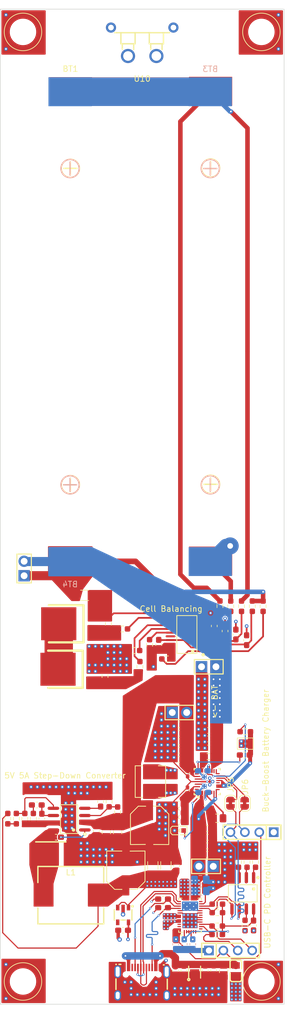
<source format=kicad_pcb>
(kicad_pcb (version 20240108) (generator "pcbnew") (generator_version "8.0")
  (layers (0 "F.Cu" signal) (1 "In1.Cu" power) (2 "In2.Cu" power) (31 "B.Cu" signal) (34 "B.Paste" user) (35 "F.Paste" user) (36 "B.SilkS" user "B.Silkscreen") (37 "F.SilkS" user "F.Silkscreen") (38 "B.Mask" user) (39 "F.Mask" user) (44 "Edge.Cuts" user))
  (net 0 "")
  (net 1 "-BATT")
  (net 2 "Net-(BT1-Pad2)")
  (net 3 "Net-(BT2-Pad2)")
  (net 4 "Net-(BT3-Pad2)")
  (net 5 "C_CC1")
  (net 6 "GND")
  (net 7 "PPHV")
  (net 8 "LDO_1V5")
  (net 9 "LDO_3V3")
  (net 10 "P3V3")
  (net 11 "PP5V")
  (net 12 "SYS")
  (net 13 "Net-(U16-VC4)")
  (net 14 "Net-(U4-SS)")
  (net 15 "Net-(U4-PH)")
  (net 16 "Net-(U4-BOOT)")
  (net 17 "Net-(C23-Pad2)")
  (net 18 "Net-(U4-COMP)")
  (net 19 "PMID")
  (net 20 "REGN")
  (net 21 "BTST1")
  (net 22 "AGND")
  (net 23 "Net-(U16-VC3)")
  (net 24 "Net-(U16-VC2)")
  (net 25 "Net-(U16-VC1)")
  (net 26 "Net-(U16-VDD)")
  (net 27 "Net-(U16-AVDD)")
  (net 28 "Net-(C54-Pad2)")
  (net 29 "VBUS")
  (net 30 "I2C_SCL")
  (net 31 "I2C_SDA")
  (net 32 "I2C1_SCL")
  (net 33 "I2C1_SDA")
  (net 34 "Net-(JP5-B)")
  (net 35 "Net-(JP6-B)")
  (net 36 "STAT")
  (net 37 "Net-(Q1-G)")
  (net 38 "Net-(Q1-D)")
  (net 39 "Net-(Q1-S)")
  (net 40 "Net-(Q2-G)")
  (net 41 "Net-(U2-A2)")
  (net 42 "Net-(U2-WP)")
  (net 43 "Net-(U2-A1)")
  (net 44 "Net-(U2-A0)")
  (net 45 "Net-(U4-EN)")
  (net 46 "Net-(R10-Pad2)")
  (net 47 "Net-(U4-VSENSE)")
  (net 48 "PROG")
  (net 49 "Net-(U16-DSG)")
  (net 50 "Net-(U16-CHG)")
  (net 51 "Net-(U16-LD)")
  (net 52 "Net-(U16-TS)")
  (net 53 "DRAIN")
  (net 54 "C_USB_P")
  (net 56 "C_USB_N")
  (net 64 "ILIM_HIZ")
  (net 71 "+BATT")
  (net 72 "Net-(U21-SW1)")
  (net 73 "Net-(U21-SW2)")
  (net 74 "Net-(U21-BTST2)")
  (net 75 "Net-(U21-SDRV)")
  (net 76 "Net-(R13-Pad1)")
  (net 81 "TS")
  (net 82 "C_CC2")
  (footprint "Capacitor_SMD:C_0603_1608Metric_Pad1.08x0.95mm_HandSolder" (layer "F.Cu") (at 134.675 165.125 90)
    (property "Reference" "C21" (hide yes))
    (property "Value" "10nF/100V")
  )
  (footprint "Capacitor_SMD:C_0805_2012Metric_Pad1.18x1.45mm_HandSolder" (layer "F.Cu") (at 156.35 194.95 90)
    (property "Reference" "C54" (hide yes))
    (property "Value" "4.7uF")
  )
  (footprint "Capacitor_SMD:C_0603_1608Metric_Pad1.08x0.95mm_HandSolder" (layer "F.Cu") (at 161.62 186.9 -90)
    (property "Reference" "C8" (hide yes))
    (property "Value" "0.1uF")
  )
  (footprint "easyeda2kicad:SMTSO3030CTJ" (layer "F.Cu") (at 162.99 29.75)
    (property "Reference" "U18" (hide yes))
    (property "Value" "SMTSO3015CTJ" (hide yes))
  )
  (footprint "Capacitor_SMD:C_0603_1608Metric_Pad1.08x0.95mm_HandSolder" (layer "F.Cu") (at 148.45 153.1)
    (property "Reference" "C45" (hide yes))
    (property "Value" "10uF/25V")
  )
  (footprint "Resistor_SMD:R_0603_1608Metric_Pad0.98x0.95mm_HandSolder" (layer "F.Cu") (at 122.825 168.1125 90)
    (property "Reference" "R12" (hide yes))
    (property "Value" "37.4k")
  )
  (footprint "Resistor_SMD:R_0603_1608Metric_Pad0.98x0.95mm_HandSolder" (layer "F.Cu") (at 143.3 137.55 -90)
    (property "Reference" "R35" (hide yes))
    (property "Value" "10k")
  )
  (footprint "Capacitor_SMD:C_0603_1608Metric_Pad1.08x0.95mm_HandSolder" (layer "F.Cu") (at 148.075 176.3875 90)
    (property "Reference" "C25" (hide yes))
    (property "Value" "10uF")
  )
  (footprint "Capacitor_SMD:C_0603_1608Metric_Pad1.08x0.95mm_HandSolder" (layer "F.Cu") (at 126.825 171.375 180)
    (property "Reference" "C22" (hide yes))
    (property "Value" "0.1uF")
  )
  (footprint "easyeda2kicad:IND-SMD_L11.6-W10.1" (layer "F.Cu") (at 129.425 181.575)
    (property "Reference" "L1")
    (property "Value" "CYA1040-4.7UH")
  )
  (footprint "Capacitor_SMD:C_0603_1608Metric_Pad1.08x0.95mm_HandSolder" (layer "F.Cu") (at 154.7 134.23 90)
    (property "Reference" "C51" (hide yes))
    (property "Value" "100nF")
  )
  (footprint "Resistor_SMD:R_0603_1608Metric_Pad0.98x0.95mm_HandSolder" (layer "F.Cu") (at 155.22 187)
    (property "Reference" "R16" (hide yes))
    (property "Value" "2.2k")
  )
  (footprint "easyeda2kicad:IND-SMD_L5.4-W5.2" (layer "F.Cu") (at 143.45 161.6 90)
    (property "Reference" "L2" (hide yes))
    (property "Value" "APH0518T1R0M")
  )
  (footprint "easyeda2kicad:LED0603-RD" (layer "F.Cu") (at 148.5 170.2)
    (property "Reference" "LED1" (hide yes))
    (property "Value" "LTST-C190GKT")
  )
  (footprint "Capacitor_SMD:C_0805_2012Metric_Pad1.18x1.45mm_HandSolder" (layer "F.Cu") (at 135.675 170.525 -90)
    (property "Reference" "C16" (hide yes))
    (property "Value" "4.7uF/50V")
  )
  (footprint "Capacitor_SMD:C_0603_1608Metric_Pad1.08x0.95mm_HandSolder" (layer "F.Cu") (at 152.265 180.85)
    (property "Reference" "C5" (hide yes))
    (property "Value" "0.1uF")
  )
  (footprint "Capacitor_SMD:C_0603_1608Metric_Pad1.08x0.95mm_HandSolder" (layer "F.Cu") (at 138.635 187.75)
    (property "Reference" "C26" (hide yes))
    (property "Value" "10uF")
  )
  (footprint "Capacitor_SMD:C_0603_1608Metric_Pad1.08x0.95mm_HandSolder" (layer "F.Cu") (at 144.91 137.53 90)
    (property "Reference" "C53" (hide yes))
    (property "Value" "1uF")
  )
  (footprint "Resistor_SMD:R_0603_1608Metric_Pad0.98x0.95mm_HandSolder" (layer "F.Cu") (at 155.22 188.5)
    (property "Reference" "R15" (hide yes))
    (property "Value" "2.2k")
  )
  (footprint "Capacitor_SMD:C_0603_1608Metric_Pad1.08x0.95mm_HandSolder" (layer "F.Cu") (at 160.0625 156.925 180)
    (property "Reference" "C39" (hide yes))
    (property "Value" "1000pF/50V")
  )
  (footprint "easyeda2kicad:BATTERY-SMD_18650-1S-L77.1-W20.7-1" (layer "F.Cu") (at 154.05 81.5 180)
    (property "Reference" "BT2" (hide yes))
    (property "Value" "BH-18650-B1BA002")
  )
  (footprint "Resistor_SMD:R_0603_1608Metric_Pad0.98x0.95mm_HandSolder" (layer "F.Cu") (at 157.6 130.75 -90)
    (property "Reference" "R27" (hide yes))
    (property "Value" "1K")
  )
  (footprint "Resistor_SMD:R_0603_1608Metric_Pad0.98x0.95mm_HandSolder" (layer "F.Cu") (at 161.4 130.75 -90)
    (property "Reference" "R25" (hide yes))
    (property "Value" "1K")
  )
  (footprint "easyeda2kicad:BATTERY-SMD_18650-1S-L77.1-W20.7-1" (layer "F.Cu") (at 129.35 81.56)
    (property "Reference" "BT1")
    (property "Value" "BH-18650-B1BA002")
  )
  (footprint "easyeda2kicad:CAP-SMD_BD6.3-L6.6-W6.6-FD-A" (layer "F.Cu") (at 139.125 177.175 90)
    (property "Reference" "C10" (hide yes))
    (property "Value" "OVZ101M1CTR-0606")
  )
  (footprint "easyeda2kicad:USB-3.1-SMD_U262-161N-4BVC11" (layer "F.Cu") (at 142 196.75)
    (property "Reference" "USB1" (hide yes))
    (property "Value" "U262-16XN-4BVC11")
  )
  (footprint "Capacitor_SMD:C_0603_1608Metric_Pad1.08x0.95mm_HandSolder" (layer "F.Cu") (at 148.45 154.6)
    (property "Reference" "C44" (hide yes))
    (property "Value" "10uF/25V")
  )
  (footprint "Resistor_SMD:R_0603_1608Metric_Pad0.98x0.95mm_HandSolder" (layer "F.Cu") (at 159.5 130.75 -90)
    (property "Reference" "R26" (hide yes))
    (property "Value" "1K")
  )
  (footprint "Capacitor_SMD:C_0603_1608Metric_Pad1.08x0.95mm_HandSolder" (layer "F.Cu") (at 124.325 168.1125 -90)
    (property "Reference" "C24" (hide yes))
    (property "Value" "22pF/50V")
  )
  (footprint "Capacitor_SMD:C_0603_1608Metric_Pad1.08x0.95mm_HandSolder" (layer "F.Cu") (at 123.425 165.7125 180)
    (property "Reference" "C23" (hide yes))
    (property "Value" "2.2nF/100V")
  )
  (footprint "Resistor_SMD:R_0603_1608Metric_Pad0.98x0.95mm_HandSolder" (layer "F.Cu") (at 158.97 175.75 90)
    (property "Reference" "R1" (hide yes))
    (property "Value" "10k")
  )
  (footprint "easyeda2kicad:WSON-6_L2.0-W2.0-P0.65-BL-EP" (layer "F.Cu") (at 151.2375 195.11)
    (property "Reference" "D2" (hide yes))
    (property "Value" "TVS2200DRVR")
  )
  (footprint "Resistor_SMD:R_0603_1608Metric_Pad0.98x0.95mm_HandSolder" (layer "F.Cu") (at 160.1625 152.825 180)
    (property "Reference" "R14" (hide yes))
    (property "Value" "17.4k")
  )
  (footprint "easyeda2kicad:SMTSO3030CTJ" (layer "F.Cu") (at 120.99 196.75)
    (property "Reference" "U19" (hide yes))
    (property "Value" "SMTSO3015CTJ" (hide yes))
  )
  (footprint "Capacitor_SMD:C_0805_2012Metric_Pad1.18x1.45mm_HandSolder" (layer "F.Cu") (at 155.2 168.05)
    (property "Reference" "C36" (hide yes))
    (property "Value" "4.7uF/25V")
  )
  (footprint "easyeda2kicad:SOT-23-5_L3.0-W1.7-P0.95-LS2.8-BR" (layer "F.Cu") (at 138.635 185.05 90)
    (property "Reference" "U3" (hide yes))
    (property "Value" "TLV75533PDBVR")
  )
  (footprint "easyeda2kicad:HDR-TH_2P-P2.54-V-M" (layer "F.Cu") (at 148.57 149.45)
    (property "Reference" "H4" (hide yes))
    (property "Value" "PZ254V-11-02P")
  )
  (footprint "Resistor_SMD:R_0603_1608Metric_Pad0.98x0.95mm_HandSolder" (layer "F.Cu") (at 118.325 168.1125 90)
    (property "Reference" "R9" (hide yes))
    (property "Value" "51.1k")
  )
  (footprint "Capacitor_SMD:C_1206_3216Metric_Pad1.33x1.80mm_HandSolder" (layer "F.Cu") (at 146.175 176.375 90)
    (property "Reference" "C18" (hide yes))
    (property "Value" "47uF")
  )
  (footprint "Jumper:SolderJumper-2_P1.3mm_Bridged2Bar_Pad1.0x1.5mm" (layer "F.Cu") (at 160.1625 154.925 180)
    (property "Reference" "NT1" (hide yes))
    (property "Value" "NetTie_2")
  )
  (footprint "easyeda2kicad:SOIC-8_L5.0-W4.0-P1.27-LS6.0-BL-EP2.0" (layer "F.Cu") (at 129.125 168.195 90)
    (property "Reference" "U4" (hide yes))
    (property "Value" "TPS54531DDAR")
  )
  (footprint "Capacitor_SMD:C_0603_1608Metric_Pad1.08x0.95mm_HandSolder" (layer "F.Cu") (at 156.6 135.1225 90)
    (property "Reference" "C50" (hide yes))
    (property "Value" "100nF")
  )
  (footprint "easyeda2kicad:HDR-TH_2P-P2.54-V-M" (layer "F.Cu") (at 153.25 176.5 180)
    (property "Reference" "H6" (hide yes))
    (property "Value" "PZ254V-11-02P")
  )
  (footprint "Capacitor_SMD:C_0603_1608Metric_Pad1.08x0.95mm_HandSolder" (layer "F.Cu") (at 149.35 194.85 90)
    (property "Reference" "C57" (hide yes))
    (property "Value" "0.01uF")
  )
  (footprint "Resistor_SMD:R_0603_1608Metric_Pad0.98x0.95mm_HandSolder" (layer "F.Cu") (at 163.3 130.75 -90)
    (property "Reference" "R36" (hide yes))
    (property "Value" "100R")
  )
  (footprint "Capacitor_SMD:C_0603_1608Metric_Pad1.08x0.95mm_HandSolder" (layer "F.Cu") (at 148.45 156.1)
    (property "Reference" "C43" (hide yes))
    (property "Value" "10uF/25V")
  )
  (footprint "Capacitor_SMD:C_0603_1608Metric_Pad1.08x0.95mm_HandSolder" (layer "F.Cu") (at 153.45 172.9)
    (property "Reference" "C34" (hide yes))
    (property "Value" "xxx10uF")
  )
  (footprint "Resistor_SMD:R_0603_1608Metric_Pad0.98x0.95mm_HandSolder" (layer "F.Cu") (at 161.97 175.75 90)
    (property "Reference" "R4" (hide yes))
    (property "Value" "10k")
  )
  (footprint "easyeda2kicad:HDR-TH_2P-P2.54-V-M" (layer "F.Cu") (at 153.725 141.4)
    (property "Reference" "H2" (hide yes))
    (property "Value" "PZ254V-11-02P")
  )
  (footprint "Capacitor_SMD:C_0603_1608Metric_Pad1.08x0.95mm_HandSolder" (layer "F.Cu") (at 153.45 169.85)
    (property "Reference" "C32" (hide yes))
    (property "Value" "10uF")
  )
  (footprint "easyeda2kicad:SMTSO3030CTJ" (layer "F.Cu") (at 163 196.75)
    (property "Reference" "U20" (hide yes))
    (property "Value" "SMTSO3015CTJ" (hide yes))
  )
  (footprint "Resistor_SMD:R_0603_1608Metric_Pad0.98x0.95mm_HandSolder" (layer "F.Cu") (at 146.37 140.03 180)
    (property "Reference" "C52" (hide yes))
    (property "Value" "1uF" (hide yes))
  )
  (footprint "easyeda2kicad:SOIC-8_L4.9-W3.9-P1.27-LS6.0-BL" (layer "F.Cu") (at 159.72 181.25 180)
    (property "Reference" "U2" (hide yes))
    (property "Value" "CAT24C256WI-GT3")
  )
  (footprint "Capacitor_SMD:C_0603_1608Metric_Pad1.08x0.95mm_HandSolder" (layer "F.Cu") (at 160.4 136.73 90)
    (property "Reference" "C19" (hide yes))
    (property "Value" "100nF")
  )
  (footprint "Capacitor_SMD:C_0603_1608Metric_Pad1.08x0.95mm_HandSolder" (layer "F.Cu") (at 158.5 135.73 90)
    (property "Reference" "C49" (hide yes))
    (property "Value" "100nF")
  )
  (footprint "easyeda2kicad:HDR-TH_4P-P2.54-V-M" (layer "F.Cu") (at 161.36 170.5 180)
    (property "Reference" "H1" (hide yes))
    (property "Value" "DZ254R-11-04-63")
  )
  (footprint "Resistor_SMD:R_0603_1608Metric_Pad0.98x0.95mm_HandSolder" (layer "F.Cu") (at 155.2425 184.65)
    (property "Reference" "R5" (hide yes))
    (property "Value" "2.2k")
  )
  (footprint "Resistor_SMD:R_0603_1608Metric_Pad0.98x0.95mm_HandSolder" (layer "F.Cu") (at 160.47 175.75 90)
    (property "Reference" "R3" (hide yes))
    (property "Value" "10k")
  )
  (footprint "Resistor_SMD:R_0603_1608Metric_Pad0.98x0.95mm_HandSolder" (layer "F.Cu") (at 140.6375 138.55 180)
    (property "Reference" "R34" (hide yes))
    (property "Value" "450k")
  )
  (footprint "Capacitor_SMD:C_0603_1608Metric_Pad1.08x0.95mm_HandSolder" (layer "F.Cu") (at 148.45 167.1 180)
    (property "Reference" "C28" (hide yes))
    (property "Value" "10uF")
  )
  (footprint "easyeda2kicad:L0805" (layer "F.Cu") (at 158.5 194.9 -90)
    (property "Reference" "L3" (hide yes))
    (property "Value" "BLM21PG220SN1D")
  )
  (footprint "Resistor_SMD:R_0603_1608Metric_Pad0.98x0.95mm_HandSolder" (layer "F.Cu") (at 155.2425 183.15)
    (property "Reference" "R6" (hide yes))
    (property "Value" "2.2k")
  )
  (footprint "Resistor_SMD:R_0603_1608Metric_Pad0.98x0.95mm_HandSolder" (layer "F.Cu") (at 160.12 186.9 90)
    (property "Reference" "R2" (hide yes))
    (property "Value" "10k")
  )
  (footprint "Capacitor_SMD:C_1206_3216Metric_Pad1.33x1.80mm_HandSolder" (layer "F.Cu") (at 143.875 176.375 90)
    (property "Reference" "C17" (hide yes))
    (property "Value" "47uF")
  )
  (footprint "BQ25798RQMR:RQM0029A-MFG" (layer "F.Cu") (at 153.45 161.6 90)
    (property "Reference" "U21" (hide yes))
    (property "Value" "BQ25798RQMR")
  )
  (footprint "easyeda2kicad:TO-252-3_L6.5-W6.1-P4.58-LS9.9-BR" (layer "F.Cu") (at 130.43 133.84)
    (property "Reference" "Q1" (hide yes))
    (property "Value" "AOD424")
  )
  (footprint "Capacitor_SMD:C_0603_1608Metric_Pad1.08x0.95mm_HandSolder" (layer "F.Cu") (at 145.68 182.26 180)
    (property "Reference" "C2" (hide yes))
    (property "Value" "330pF")
  )
  (footprint "Capacitor_SMD:C_0402_1005Metric_Pad0.74x0.62mm_HandSolder" (layer "F.Cu") (at 149.975 163.2 90)
    (property "Reference" "C30" (hide yes))
    (property "Value" "0.1uF")
  )
  (footprint "Resistor_SMD:R_0603_1608Metric_Pad0.98x0.95mm_HandSolder" (layer "F.Cu") (at 135.45 143.05 90)
    (property "Reference" "R31" (hide yes))
    (property "Value" "100k")
  )
  (footprint "easyeda2kicad:TO-252-3_L6.5-W6.1-P4.58-LS9.9-BR" (layer "F.Cu") (at 130.3 141.84)
    (property "Reference" "Q2" (hide yes))
    (property "Value" "AOD424")
  )
  (footprint "Resistor_SMD:R_0603_1608Metric_Pad0.98x0.95mm_HandSolder" (layer "F.Cu") (at 136.175 165.125 -90)
    (property "Reference" "R8" (hide yes))
    (property "Value" "76k")
  )
  (footprint "Resistor_SMD:R_0603_1608Metric_Pad0.98x0.95mm_HandSolder" (layer "F.Cu") (at 153.675 157.2)
    (property "Reference" "R13" (hide yes))
    (property "Value" "100")
  )
  (footprint "Resistor_SMD:R_0603_1608Metric_Pad0.98x0.95mm_HandSolder" (layer "F.Cu") (at 119.825 168.1125 -90)
    (property "Reference" "R10" (hide yes))
    (property "Value" "10.2k")
  )
  (footprint "Resistor_SMD:R_0603_1608Metric_Pad0.98x0.95mm_HandSolder" (layer "F.Cu") (at 121.325 168.1125 90)
    (property "Reference" "R11" (hide yes))
    (property "Value" "1.96k")
  )
  (footprint "easyeda2kicad:HDR-TH_4P-P2.54-V-M" (layer "F.Cu") (at 157.57 191.3)
    (property "Reference" "H3" (hide yes))
    (property "Value" "DZ254R-11-04-63")
  )
  (footprint "Capacitor_SMD:C_0603_1608Metric_Pad1.08x0.95mm_HandSolder" (layer "F.Cu") (at 148.45 151.6)
    (property "Reference" "C46" (hide yes))
    (property "Value" "10uF/25V")
  )
  (footprint "easyeda2kicad:HDR-TH_2P-P2.54-V-M" (layer "F.Cu") (at 121.2 124.12 90)
    (property "Reference" "H5" (hide yes))
    (property "Value" "PZ254V-11-02P")
  )
  (footprint "easyeda2kicad:TO-277_3P-L5.4-W4.0-LS6.5-TR" (layer "F.Cu") (at 126.775 174.3625)
    (property "Reference" "U15" (hide yes))
    (property "Value" "SB1045L_C2844167")
  )
  (footprint "Capacitor_SMD:C_0603_1608Metric_Pad1.08x0.95mm_HandSolder" (layer "F.Cu") (at 148.45 168.6 180)
    (property "Reference" "C29" (hide yes))
    (property "Value" "10uF")
  )
  (footprint "Capacitor_SMD:C_0603_1608Metric_Pad1.08x0.95mm_HandSolder" (layer "F.Cu") (at 145.68 183.77 180)
    (property "Reference" "C1" (hide yes))
    (property "Value" "330pF")
  )
  (footprint "Resistor_SMD:R_0603_1608Metric_Pad0.98x0.95mm_HandSolder" (layer "F.Cu") (at 141.6 141.4 90)
    (property "Reference" "R33" (hide yes))
    (property "Value" "1k")
  )
  (footprint "easyeda2kicad:CAP-SMD_BD6.3-L6.6-W6.6-FD-A" (layer "F.Cu") (at 143.3 169.3 -90)
    (property "Reference" "C11" (hide yes))
    (property "Value" "OVZ101M1CTR-0606")
  )
  (footprint "Capacitor_SMD:C_0402_1005Metric_Pad0.74x0.62mm_HandSolder" (layer "F.Cu") (at 150 160.1 90)
    (property "Reference" "C41" (hide yes))
    (property "Value" "0.1uF/50V")
  )
  (footprint "Resistor_SMD:R_1206_3216Metric_Pad1.30x1.75mm_HandSolder" (layer "F.Cu") (at 131.85 128.84)
    (property "Reference" "R29" (hide yes))
    (property "Value" "13m")
  )
  (footprint "easyeda2kicad:SMTSO3030CTJ" (layer "F.Cu") (at 120.99 29.75)
    (property "Reference" "U17" (hide yes))
    (property "Value" "SMTSO3015CTJ" (hide yes))
  )
  (footprint "Resistor_SMD:R_0603_1608Metric_Pad0.98x0.95mm_HandSolder" (layer "F.Cu") (at 155.7 130.75 -90)
    (property "Reference" "R28" (hide yes))
    (property "Value" "1K")
  )
  (footprint "Resistor_SMD:R_0603_1608Metric_Pad0.98x0.95mm_HandSolder" (layer "F.Cu") (at 137.675 166.975 -90)
    (property "Reference" "R7" (hide yes))
    (property "Value" "665k")
  )
  (footprint "Capacitor_SMD:C_0603_1608Metric_Pad1.08x0.95mm_HandSolder" (layer "F.Cu") (at 153 166.3)
    (property "Reference" "C31" (hide yes))
    (property "Value" "0.1uF")
  )
  (footprint "Capacitor_SMD:C_0603_1608Metric_Pad1.08x0.95mm_HandSolder" (layer "F.Cu") (at 153.675 152.6)
    (property "Reference" "C48" (hide yes))
    (property "Value" "10uF")
  )
  (footprint "Capacitor_SMD:C_0603_1608Metric_Pad1.08x0.95mm_HandSolder" (layer "F.Cu") (at 147.85 194.85 90)
    (property "Reference" "C58" (hide yes))
    (property "Value" "0.01uF")
  )
  (footprint "easyeda2kicad:QFN-38_L6.0-W4.0-P0.40-TL-EP_RJK" (layer "F.Cu") (at 150.42 185.1 90)
    (property "Reference" "U1" (hide yes))
    (property "Value" "TPS25750DRJKR")
  )
  (footprint "easyeda2kicad:TSSOP-20_L6.5-W4.4-P0.65-LS6.4-BL" (layer "F.Cu") (at 149.87 135.73 90)
    (property "Reference" "U16" (hide yes))
    (property "Value" "BQ7790400PWR")
  )
  (footprint "easyeda2kicad:CONN-TH_XT30PW-F-1" (layer "F.Cu") (at 142 31.4875 180)
    (property "Reference" "U10")
    (property "Value" "XT30PW-F")
  )
  (footprint "Capacitor_SMD:C_0603_1608Metric_Pad1.08x0.95mm_HandSolder" (layer "F.Cu") (at 154.6 194.8 90)
    (property "Reference" "C55" (hide yes))
    (property "Value" "0.01uF")
  )
  (footprint "Resistor_SMD:R_0603_1608Metric_Pad0.98x0.95mm_HandSolder" (layer "F.Cu") (at 136.05 133.84 90)
    (property "Reference" "R30" (hide yes))
    (property "Value" "100k")
  )
  (footprint "Capacitor_SMD:C_0603_1608Metric_Pad1.08x0.95mm_HandSolder" (layer "F.Cu") (at 153.45 174.4)
    (property "Reference" "C35" (hide yes))
    (property "Value" "xxx10uF")
  )
  (footprint "Resistor_SMD:R_0603_1608Metric_Pad0.98x0.95mm_HandSolder" (layer "F.Cu") (at 138.5 134.75)
    (property "Reference" "R32" (hide yes))
    (property "Value" "1k")
  )
  (footprint "Capacitor_SMD:C_0603_1608Metric_Pad1.08x0.95mm_HandSolder" (layer "F.Cu") (at 153.1 194.8125 90)
    (property "Reference" "C56" (hide yes))
    (property "Value" "0.01uF")
  )
  (footprint "Capacitor_SMD:C_0603_1608Metric_Pad1.08x0.95mm_HandSolder" (layer "F.Cu") (at 148.45 157.7)
    (property "Reference" "C42" (hide yes))
    (property "Value" "10uF")
  )
  (footprint "Jumper:SolderJumper-2_P1.3mm_Bridged_RoundedPad1.0x1.5mm" (layer "F.Cu") (at 160.05 165.4 90)
    (property "Reference" "JP6")
    (property "Value" "SolderJumper_2_Bridged")
  )
  (footprint "Capacitor_SMD:C_0603_1608Metric_Pad1.08x0.95mm_HandSolder" (layer "F.Cu") (at 153.675 154.1)
    (property "Reference" "C47" (hide yes))
    (property "Value" "10uF")
  )
  (footprint "Capacitor_SMD:C_0603_1608Metric_Pad1.08x0.95mm_HandSolder" (layer "F.Cu") (at 133.925 170.3 -90)
    (property "Reference" "C20" (hide yes))
    (property "Value" "10nF/50V")
  )
  (footprint "Jumper:SolderJumper-2_P1.3mm_Bridged_RoundedPad1.0x1.5mm" (layer "F.Cu") (at 157.55 165.4 90)
    (property "Reference" "JP5")
    (property "Value" "SolderJumper_2_Bridged")
  )
  (footprint "Capacitor_SMD:C_0805_2012Metric_Pad1.18x1.45mm_HandSolder" (layer "F.Cu") (at 137.675 170.525 -90)
    (property "Reference" "C15" (hide yes))
    (property "Value" "4.7uF/50V")
  )
  (footprint "Capacitor_SMD:C_0603_1608Metric_Pad1.08x0.95mm_HandSolder" (layer "F.Cu") (at 153.4875 171.4)
    (property "Reference" "C33" (hide yes))
    (property "Value" "10uF")
  )
  (footprint "Capacitor_SMD:C_0603_1608Metric_Pad1.08x0.95mm_HandSolder" (layer "F.Cu") (at 148.45 165.6 180)
    (property "Reference" "C27" (hide yes))
    (property "Value" "10uF")
  )
  (footprint "Capacitor_SMD:C_0603_1608Metric_Pad1.08x0.95mm_HandSolder" (layer "F.Cu") (at 153.675 155.7)
    (property "Reference" "C40" (hide yes))
    (property "Value" "0.1uF")
  )
  (footprint "easyeda2kicad:BATTERY-SMD_18650-1S-L77.1-W20.7-1" (layer "B.Cu") (at 129.3 81.59)
    (property "Reference" "BT4")
    (property "Value" "BH-18650-B1BA002")
  )
  (footprint "Capacitor_SMD:C_0603_1608Metric_Pad1.08x0.95mm_HandSolder" (layer "B.Cu") (at 152.6825 159.7 180)
    (property "Reference" "C38" (hide yes))
    (property "Value" "0.047uF")
  )
  (footprint "Capacitor_SMD:C_0603_1608Metric_Pad1.08x0.95mm_HandSolder" (layer "B.Cu") (at 147.9 190.2 -90)
    (property "Reference" "C9" (hide yes))
    (property "Value" "10uF")
  )
  (footprint "Capacitor_SMD:C_0805_2012Metric_Pad1.18x1.45mm_HandSolder" (layer "B.Cu") (at 152.2525 178.85)
    (property "Reference" "C4" (hide yes))
    (property "Value" "22uF")
  )
  (footprint "Capacitor_SMD:C_0805_2012Metric_Pad1.18x1.45mm_HandSolder" (layer "B.Cu") (at 152.265 180.85)
    (property "Reference" "C3" (hide yes))
    (property "Value" "22uF")
  )
  (footprint "Capacitor_SMD:C_0603_1608Metric_Pad1.08x0.95mm_HandSolder" (layer "B.Cu") (at 150.905 190.2 -90)
    (property "Reference" "C6" (hide yes))
    (property "Value" "10uF")
  )
  (footprint "Capacitor_SMD:C_0603_1608Metric_Pad1.08x0.95mm_HandSolder" (layer "B.Cu") (at 152.75 163.5)
    (property "Reference" "C37" (hide yes))
    (property "Value" "0.047uF")
  )
  (footprint "Capacitor_SMD:C_0603_1608Metric_Pad1.08x0.95mm_HandSolder" (layer "B.Cu") (at 149.405 190.2 -90)
    (property "Reference" "C7" (hide yes))
    (property "Value" "10uF")
  )
  (footprint "easyeda2kicad:BATTERY-SMD_18650-1S-L77.1-W20.7-1" (layer "B.Cu") (at 154 81.59 180)
    (property "Reference" "BT3")
    (property "Value" "BH-18650-B1BA002")
  )
  (gr_rect (start 117 25.75) (end 167 200.75) (stroke (width 0.1)) (fill none) (layer "Edge.Cuts"))
  (gr_text "USB-C PD Controller" (at 164.65 191.05 90) (layer "F.SilkS") (effects (font (size 1 1)) (justify left bottom)))
  (gr_text "Buck-Boost Battery Charger" (at 164.35 167.1 90) (layer "F.SilkS") (effects (font (size 1 1)) (justify left bottom)))
  (gr_text "5V 5A Step-Down Converter" (at 117.625 161.125 0) (layer "F.SilkS") (effects (font (size 1 1)) (justify left bottom)))
  (gr_text "<- BAT" (at 155.375 150.6 90) (layer "F.SilkS") (effects (font (size 1 1)) (justify left bottom)))
  (gr_text "Cell Balancing" (at 141.475 131.8 0) (layer "F.SilkS") (effects (font (size 1 1)) (justify left bottom)))
  (segment (start 152.74 133.45) (end 154.6175 133.45) (width 0.3) (layer "F.Cu") (net 1))
  (segment (start 129.35 122.87) (end 140.845 122.87) (width 1) (layer "F.Cu") (net 1))
  (segment (start 154.7 133.3675) (end 154.7 132.6) (width 0.3) (layer "F.Cu") (net 1))
  (segment (start 156.6 134.26) (end 156.6 132.900002) (width 0.3) (layer "F.Cu") (net 1))
  (segment (start 129.35 122.87) (end 126.83 125.39) (width 1.6) (layer "F.Cu") (net 1))
  (segment (start 152.45 130.35) (end 154.05 131.95) (width 1) (layer "F.Cu") (net 1))
  (segment (start 140.845 122.87) (end 148.325 130.35) (width 1) (layer "F.Cu") (net 1))
  (segment (start 126.83 125.39) (end 121.2 125.39) (width 1.6) (layer "F.Cu") (net 1))
  (segment (start 160.4 135.8675) (end 160.4 134.25) (width 0.3) (layer "F.Cu") (net 1))
  (segment (start 152.74 134.1) (end 152.74 133.45) (width 0.3) (layer "F.Cu") (net 1))
  (segment (start 158.5 134.8675) (end 158.5 133.45) (width 0.3) (layer "F.Cu") (net 1))
  (segment (start 154.6175 133.45) (end 154.7 133.3675) (width 0.3) (layer "F.Cu") (net 1))
  (segment (start 154.7 132.6) (end 154.05 131.95) (width 0.3) (layer "F.Cu") (net 1))
  (segment (start 148.325 130.35) (end 152.45 130.35) (width 1) (layer "F.Cu") (net 1))
  (segment (start 130.3 123.82) (end 129.35 122.87) (width 1.6) (layer "F.Cu") (net 1))
  (via (at 156.6 132.900002) (size 0.65) (drill 0.3) (layers "F.Cu" "B.Cu") (net 1))
  (via (at 154.05 131.95) (size 0.65) (drill 0.3) (layers "F.Cu" "B.Cu") (net 1))
  (via (at 158.5 133.45) (size 0.65) (drill 0.3) (layers "F.Cu" "B.Cu") (net 1))
  (via (at 143.975 141.4) (size 0.65) (drill 0.3) (layers "F.Cu" "B.Cu") (net 1))
  (via (at 160.4 134.25) (size 0.65) (drill 0.3) (layers "F.Cu" "B.Cu") (net 1))
  (segment (start 148.725 45.515) (end 154.05 40.19) (width 0.8) (layer "F.Cu") (net 2))
  (segment (start 153.3875 127.525) (end 151.091539 127.525) (width 0.8) (layer "F.Cu") (net 2))
  (segment (start 155.7 129.8375) (end 153.3875 127.525) (width 0.8) (layer "F.Cu") (net 2))
  (segment (start 129.35 40.25) (end 153.99 40.25) (width 5) (layer "F.Cu") (net 2))
  (segment (start 148.725 125.158461) (end 148.725 45.515) (width 0.8) (layer "F.Cu") (net 2))
  (segment (start 153.99 40.25) (end 154.05 40.19) (width 5) (layer "F.Cu") (net 2))
  (segment (start 151.091539 127.525) (end 148.725 125.158461) (width 0.8) (layer "F.Cu") (net 2))
  (segment (start 154.84 122.81) (end 157.5 120.15) (width 2.5) (layer "F.Cu") (net 3))
  (segment (start 157.6 129.8375) (end 157.6 126.36) (width 0.8) (layer "F.Cu") (net 3))
  (segment (start 154.05 122.81) (end 154.84 122.81) (width 2.5) (layer "F.Cu") (net 3))
  (segment (start 157.6 126.36) (end 154.05 122.81) (width 0.8) (layer "F.Cu") (net 3))
  (via (at 157.5 120.15) (size 3) (drill 1) (layers "F.Cu" "B.Cu") (net 3))
  (segment (start 157.5 120.15) (end 156.75 120.15) (width 2.5) (layer "B.Cu") (net 3))
  (segment (start 156.75 120.15) (end 154 122.9) (width 2.5) (layer "B.Cu") (net 3))
  (segment (start 160.55 46.675) (end 157.625 43.75) (width 0.8) (layer "F.Cu") (net 4))
  (segment (start 160.55 128.7875) (end 160.55 85.925) (width 0.8) (layer "F.Cu") (net 4))
  (segment (start 159.5 129.8375) (end 160.55 128.7875) (width 0.8) (layer "F.Cu") (net 4))
  (segment (start 160.55 85.925) (end 160.55 46.675) (width 0.8) (layer "F.Cu") (net 4))
  (via (at 157.625 43.75) (size 0.65) (drill 0.3) (layers "F.Cu" "B.Cu") (net 4))
  (segment (start 157.47 43.75) (end 154 40.28) (width 0.8) (layer "B.Cu") (net 4))
  (segment (start 129.3 40.28) (end 154 40.28) (width 5) (layer "B.Cu") (net 4))
  (segment (start 157.625 43.75) (end 157.47 43.75) (width 0.8) (layer "B.Cu") (net 4))
  (segment (start 140.75 189.05) (end 140.75 194.29) (width 0.2) (layer "F.Cu") (net 5))
  (segment (start 148.52 183.5) (end 147.648628 183.5) (width 0.2) (layer "F.Cu") (net 5))
  (segment (start 146.5425 182.393872) (end 146.5425 182.26) (width 0.2) (layer "F.Cu") (net 5))
  (segment (start 147.648628 183.5) (end 146.5425 182.393872) (width 0.2) (layer "F.Cu") (net 5))
  (segment (start 143.4 183.85) (end 144.225 183.025) (width 0.2) (layer "F.Cu") (net 5))
  (segment (start 145.7775 183.025) (end 146.5425 182.26) (width 0.2) (layer "F.Cu") (net 5))
  (segment (start 144.225 183.025) (end 145.7775 183.025) (width 0.2) (layer "F.Cu") (net 5))
  (via (at 140.75 189.05) (size 0.4) (drill 0.2) (layers "F.Cu" "B.Cu") (net 5))
  (via (at 143.4 183.85) (size 0.4) (drill 0.2) (layers "F.Cu" "B.Cu") (net 5))
  (segment (start 143.4 183.85) (end 143.4 183.95) (width 0.2) (layer "B.Cu") (net 5))
  (segment (start 140.75 186.6) (end 140.75 189.05) (width 0.2) (layer "B.Cu") (net 5))
  (segment (start 143.4 183.95) (end 140.75 186.6) (width 0.2) (layer "B.Cu") (net 5))
  (segment (start 153.45 161.6) (end 153.9 161.6) (width 0.3) (layer "F.Cu") (net 6))
  (segment (start 152.32 184.7) (end 151.78 184.7) (width 0.2) (layer "F.Cu") (net 6))
  (segment (start 145.2 194.29) (end 145.58 194.29) (width 0.6) (layer "F.Cu") (net 6))
  (segment (start 152.32 183.1) (end 152.82 183.1) (width 0.2) (layer "F.Cu") (net 6))
  (segment (start 149.06 184.7) (end 149.38 185.02) (width 0.2) (layer "F.Cu") (net 6))
  (segment (start 137.7725 189.1225) (end 138.025 189.375) (width 0.6) (layer "F.Cu") (net 6))
  (segment (start 146.2 193.05) (end 145.2 194.05) (width 0.6) (layer "F.Cu") (net 6))
  (segment (start 152.82 183.1) (end 153.1275 182.7925) (width 0.2) (layer "F.Cu") (net 6))
  (segment (start 138.8 194.29) (end 138.42 194.29) (width 0.6) (layer "F.Cu") (net 6))
  (segment (start 138.635 183.75) (end 138.635 184.94) (width 0.6) (layer "F.Cu") (net 6))
  (segment (start 150.6 161.6) (end 150 161) (width 0.2) (layer "F.Cu") (net 6))
  (segment (start 147.6 165.6) (end 147.5875 165.6) (width 0.2) (layer "F.Cu") (net 6))
  (segment (start 149.975 162.6325) (end 147.5875 165.02) (width 0.2) (layer "F.Cu") (net 6))
  (segment (start 144.09 182.26) (end 143.65 182.7) (width 0.2) (layer "F.Cu") (net 6))
  (segment (start 145.58 194.29) (end 146.32 195.03) (width 0.6) (layer "F.Cu") (net 6))
  (segment (start 149.975 162.225) (end 149.975 162.6325) (width 0.2) (layer "F.Cu") (net 6))
  (segment (start 148.52 184.7) (end 149.06 184.7) (width 0.2) (layer "F.Cu") (net 6))
  (segment (start 149.41 185.05) (end 150.42 186.06) (width 0.2) (layer "F.Cu") (net 6))
  (segment (start 144.8175 183.8075) (end 143.95 184.675) (width 0.2) (layer "F.Cu") (net 6))
  (segment (start 153.9 161.6) (end 154.4 161.6) (width 0.3) (layer "F.Cu") (net 6))
  (segment (start 144.8175 182.26) (end 144.09 182.26) (width 0.2) (layer "F.Cu") (net 6))
  (segment (start 150.98 185.5) (end 150.42 186.06) (width 0.2) (layer "F.Cu") (net 6))
  (segment (start 150.66 186.3) (end 150.42 186.06) (width 0.2) (layer "F.Cu") (net 6))
  (segment (start 149.38 185.05) (end 149.41 185.05) (width 0.2) (layer "F.Cu") (net 6))
  (segment (start 138.635 184.94) (end 138.625 184.95) (width 0.6) (layer "F.Cu") (net 6))
  (segment (start 152.32 186.3) (end 150.66 186.3) (width 0.2) (layer "F.Cu") (net 6))
  (segment (start 153.9 161.6) (end 153.9 161.000008) (width 0.2) (layer "F.Cu") (net 6))
  (segment (start 150.58 185.9) (end 150.42 186.06) (width 0.2) (layer "F.Cu") (net 6))
  (segment (start 153.9 161.6) (end 153.9 162.15) (width 0.2) (layer "F.Cu") (net 6))
  (segment (start 138.42 194.29) (end 137.68 195.03) (width 0.6) (layer "F.Cu") (net 6))
  (segment (start 151.750001 161.6) (end 152.35 161.6) (width 0.2) (layer "F.Cu") (net 6))
  (segment (start 151.750001 161.6) (end 150.6 161.6) (width 0.2) (layer "F.Cu") (net 6))
  (segment (start 151.78 184.7) (end 150.42 186.06) (width 0.2) (layer "F.Cu") (net 6))
  (segment (start 145.2 194.05) (end 145.2 194.29) (width 0.6) (layer "F.Cu") (net 6))
  (segment (start 147.5875 165.02) (end 147.6 165.6) (width 0.2) (layer "F.Cu") (net 6))
  (segment (start 147.5875 158.255) (end 147.5875 157.7) (width 0.2) (layer "F.Cu") (net 6))
  (segment (start 137.7725 187.75) (end 137.7725 189.1225) (width 0.6) (layer "F.Cu") (net 6))
  (segment (start 152.32 185.9) (end 150.58 185.9) (width 0.2) (layer "F.Cu") (net 6))
  (segment (start 153.1275 182.7925) (end 153.1275 180.85) (width 0.2) (layer "F.Cu") (net 6))
  (segment (start 150 161) (end 150 160.6675) (width 0.2) (layer "F.Cu") (net 6))
  (segment (start 152.32 185.5) (end 150.98 185.5) (width 0.2) (layer "F.Cu") (net 6))
  (segment (start 152.35 161.6) (end 153.45 161.6) (width 0.3) (layer "F.Cu") (net 6))
  (segment (start 150 160.6675) (end 147.5875 158.255) (width 0.2) (layer "F.Cu") (net 6))
  (segment (start 144.8175 183.77) (end 144.8175 183.8075) (width 0.2) (layer "F.Cu") (net 6))
  (segment (start 150.6 161.6) (end 149.975 162.225) (width 0.2) (layer "F.Cu") (net 6))
  (segment (start 149.38 185.02) (end 149.38 185.05) (width 0.2) (layer "F.Cu") (net 6))
  (via (at 129.625 165.375) (size 0.65) (drill 0.3) (layers "F.Cu" "B.Cu") (net 6))
  (via (at 166 199.75) (size 0.65) (drill 0.3) (layers "F.Cu" "B.Cu") (net 6))
  (via (at 138.95 196.8625) (size 0.65) (drill 0.3) (layers "F.Cu" "B.Cu") (net 6))
  (via (at 140.05 199.0625) (size 0.65) (drill 0.3) (layers "F.Cu" "B.Cu") (net 6))
  (via (at 143.65 182.7) (size 0.4) (drill 0.2) (layers "F.Cu" "B.Cu") (net 6))
  (via (at 154.35 197.9625) (size 0.65) (drill 0.3) (layers "F.Cu" "B.Cu") (net 6))
  (via (at 146.2 193.05) (size 0.65) (drill 0.3) (layers "F.Cu" "B.Cu") (net 6))
  (via (at 118 193.75) (size 0.65) (drill 0.3) (layers "F.Cu" "B.Cu") (net 6))
  (via (at 151.925 155.7) (size 0.65) (drill 0.3) (layers "F.Cu" "B.Cu") (net 6))
  (via (at 144.3 156.25) (size 0.65) (drill 0.3) (layers "F.Cu" "B.Cu") (net 6))
  (via (at 153.025 150.2) (size 0.65) (drill 0.3) (layers "F.Cu" "B.Cu") (net 6))
  (via (at 154.5 180.35) (size 0.65) (drill 0.3) (layers "F.Cu" "B.Cu") (net 6))
  (via (at 156.55 174.8625) (size 0.65) (drill 0.3) (layers "F.Cu" "B.Cu") (net 6))
  (via (at 127.925 162.5375) (size 0.65) (drill 0.3) (layers "F.Cu" "B.Cu") (net 6))
  (via (at 134.525 175.7375) (size 0.65) (drill 0.3) (layers "F.Cu" "B.Cu") (net 6))
  (via (at 145.4 156.25) (size 0.65) (drill 0.3) (layers "F.Cu" "B.Cu") (net 6))
  (via (at 156.55 173.7625) (size 0.65) (drill 0.3) (layers "F.Cu" "B.Cu") (net 6))
  (via (at 144.3 155.15) (size 0.65) (drill 0.3) (layers "F.Cu" "B.Cu") (net 6))
  (via (at 147.6 152.95) (size 0.65) (drill 0.3) (layers "F.Cu" "B.Cu") (net 6))
  (via (at 131.225 163.6375) (size 0.65) (drill 0.3) (layers "F.Cu" "B.Cu") (net 6))
  (via (at 166 193.75) (size 0.65) (drill 0.3) (layers "F.Cu" "B.Cu") (net 6))
  (via (at 135.625 174.6375) (size 0.65) (drill 0.3) (layers "F.Cu" "B.Cu") (net 6))
  (via (at 149.38 185.733334) (size 0.52) (drill 0.2) (layers "F.Cu" "B.Cu") (net 6))
  (via (at 131.225 173.5375) (size 0.65) (drill 0.3) (layers "F.Cu" "B.Cu") (net 6))
  (via (at 160.95 173.6) (size 0.65) (drill 0.3) (layers "F.Cu" "B.Cu") (net 6))
  (via (at 134.525 173.5375) (size 0.65) (drill 0.3) (layers "F.Cu" "B.Cu") (net 6))
  (via (at 138.15 138.9) (size 0.65) (drill 0.3) (layers "F.Cu" "B.Cu") (net 6))
  (via (at 151.925 151.3) (size 0.65) (drill 0.3) (layers "F.Cu" "B.Cu") (net 6))
  (via (at 145 169.975) (size 0.65) (drill 0.3) (layers "F.Cu" "B.Cu") (net 6))
  (via (at 160.95 172.6625) (size 0.65) (drill 0.3) (layers "F.Cu" "B.Cu") (net 6))
  (via (at 159.4625 154.525) (size 0.65) (drill 0.3) (layers "F.Cu" "B.Cu") (net 6))
  (via (at 143.35 199.0625) (size 0.65) (drill 0.3) (layers "F.Cu" "B.Cu") (net 6))
  (via (at 139.25 140) (size 0.65) (drill 0.3) (layers "F.Cu" "B.Cu") (net 6))
  (via (at 135.95 140) (size 0.65) (drill 0.3) (layers "F.Cu" "B.Cu") (net 6))
  (via (at 129.625 166.475) (size 0.65) (drill 0.3) (layers "F.Cu" "B.Cu") (net 6))
  (via (at 145.4 154.05) (size 0.65) (drill 0.3) (layers "F.Cu" "B.Cu") (net 6))
  (via (at 153.025 153.5) (size 0.65) (drill 0.3) (layers "F.Cu" "B.Cu") (net 6))
  (via (at 150.063333 187.1) (size 0.52) (drill 0.2) (layers "F.Cu" "B.Cu") (net 6))
  (via (at 153.45 161.6) (size 0.4) (drill 0.2) (layers "F.Cu" "B.Cu") (net 6))
  (via (at 153.025 148) (size 0.65) (drill 0.3) (layers "F.Cu" "B.Cu") (net 6))
  (via (at 155.55 172.65) (size 0.65) (drill 0.3) (layers "F.Cu" "B.Cu") (net 6))
  (via (at 142.25 199.0625) (size 0.65) (drill 0.3) (layers "F.Cu" "B.Cu") (net 6))
  (via (at 153.025 151.3) (size 0.65) (drill 0.3) (layers "F.Cu" "B.Cu") (net 6))
  (via (at 151.925 144.7) (size 0.65) (drill 0.3) (layers "F.Cu" "B.Cu") (net 6))
  (via (at 144.3 152.95) (size 0.65) (drill 0.3) (layers "F.Cu" "B.Cu") (net 6))
  (via (at 140.05 196.8625) (size 0.65) (drill 0.3) (layers "F.Cu" "B.Cu") (net 6))
  (via (at 153.025 146.9) (size 0.65) (drill 0.3) (layers "F.Cu" "B.Cu") (net 6))
  (via (at 153.25 199.0625) (size 0.65) (drill 0.3) (layers "F.Cu" "B.Cu") (net 6))
  (via (at 123.525 162.5375) (size 0.65) (drill 0.3) (layers "F.Cu" "B.Cu") (net 6))
  (via (at 153.9 162.15) (size 0.65) (drill 0.3) (layers "F.Cu" "B.Cu") (net 6))
  (via (at 150.063333 185.733334) (size 0.52) (drill 0.2) (layers "F.Cu" "B.Cu") (net 6))
  (via (at 150.746666 186.416667) (size 0.52) (drill 0.2) (layers "F.Cu" "B.Cu") (net 6))
  (via (at 149.38 185.05) (size 0.52) (drill 0.2) (layers "F.Cu" "B.Cu") (net 6))
  (via (at 145.025 167.85) (size 0.65) (drill 0.3) (layers "F.Cu" "B.Cu") (net 6))
  (via (at 144.45 196.8625) (size 0.65) (drill 0.3) (layers "F.Cu" "B.Cu") (net 6))
  (via (at 138.625 184.95) (size 0.8) (drill 0.4) (layers "F.Cu" "B.Cu") (net 6))
  (via (at 147.6 155.15) (size 0.65) (drill 0.3) (layers "F.Cu" "B.Cu") (net 6))
  (via (at 145.4 157.35) (size 0.65) (drill 0.3) (layers "F.Cu" "B.Cu") (net 6))
  (via (at 139.25 142.2) (size 0.65) (drill 0.3) (layers "F.Cu" "B.Cu") (net 6))
  (via (at 134.525 174.6375) (size 0.65) (drill 0.3) (layers "F.Cu" "B.Cu") (net 6))
  (via (at 146.1 171.075) (size 0.65) (drill 0.3) (layers "F.Cu" "B.Cu") (net 6))
  (via (at 132.325 173.5375) (size 0.65) (drill 0.3) (layers "F.Cu" "B.Cu") (net 6))
  (via (at 151.925 150.2) (size 0.65) (drill 0.3) (layers "F.Cu" "B.Cu") (net 6))
  (via (at 128.525 168.675) (size 0.65) (drill 0.3) (layers "F.Cu" "B.Cu") (net 6))
  (via (at 151.925 153.5) (size 0.65) (drill 0.3) (layers "F.Cu" "B.Cu") (net 6))
  (via (at 135.625 162.5375) (size 0.65) (drill 0.3) (layers "F.Cu" "B.Cu") (net 6))
  (via (at 132.325 174.6375) (size 0.65) (drill 0.3) (layers "F.Cu" "B.Cu") (net 6))
  (via (at 132.65 141.1) (size 0.65) (drill 0.3) (layers "F.Cu" "B.Cu") (net 6))
  (via (at 133.425 175.7375) (size 0.65) (drill 0.3) (layers "F.Cu" "B.Cu") (net 6))
  (via (at 128.525 167.575) (size 0.65) (drill 0.3) (layers "F.Cu" "B.Cu") (net 6))
  (via (at 147.75 199.0625) (size 0.65) (drill 0.3) (layers "F.Cu" "B.Cu") (net 6))
  (via (at 154.5 179.25) (size 0.65) (drill 0.3) (layers "F.Cu" "B.Cu") (net 6))
  (via (at 151.925 143.6) (size 0.65) (drill 0.3) (layers "F.Cu" "B.Cu") (net 6))
  (via (at 145.4 152.95) (size 0.65) (drill 0.3) (layers "F.Cu" "B.Cu") (net 6))
  (via (at 135.625 173.5375) (size 0.65) (drill 0.3) (layers "F.Cu" "B.Cu") (net 6))
  (via (at 156.55 177.0625) (size 0.65) (drill 0.3) (layers "F.Cu" "B.Cu") (net 6))
  (via (at 139.25 141.1) (size 0.65) (drill 0.3) (layers "F.Cu" "B.Cu") (net 6))
  (via (at 129.625 167.575) (size 0.65) (drill 0.3) (layers "F.Cu" "B.Cu") (net 6))
  (via (at 137.05 138.9) (size 0.65) (drill 0.3) (layers "F.Cu" "B.Cu") (net 6))
  (via (at 162 173.5875) (size 0.65) (drill 0.3) (layers "F.Cu" "B.Cu") (net 6))
  (via (at 147.6 157.35) (size 0.65) (drill 0.3) (layers "F.Cu" "B.Cu") (net 6))
  (via (at 124.625 162.5375) (size 0.65) (drill 0.3) (layers "F.Cu" "B.Cu") (net 6))
  (via (at 153.025 154.6) (size 0.65) (drill 0.3) (layers "F.Cu" "B.Cu") (net 6))
  (via (at 156.55 178.1625) (size 0.65) (drill 0.3) (layers "F.Cu" "B.Cu") (net 6))
  (via (at 159.9 172.65) (size 0.65) (drill 0.3) (layers "F.Cu" "B.Cu") (net 6))
  (via (at 153.9 161.000008) (size 0.65) (drill 0.3) (layers "F.Cu" "B.Cu") (net 6))
  (via (at 144.3 157.35) (size 0.65) (drill 0.3) (layers "F.Cu" "B.Cu") (net 6))
  (via (at 129.625 168.675) (size 0.65) (drill 0.3) (layers "F.Cu" "B.Cu") (net 6))
  (via (at 153.025 145.8) (size 0.65) (drill 0.3) (layers "F.Cu" "B.Cu") (net 6))
  (via (at 153.025 155.7) (size 0.65) (drill 0.3) (layers "F.Cu" "B.Cu") (net 6))
  (via (at 146.5 154.05) (size 0.65) (drill 0.3) (layers "F.Cu" "B.Cu") (net 6))
  (via (at 155.45 197.9625) (size 0.65) (drill 0.3) (layers "F.Cu" "B.Cu") (net 6))
  (via (at 137.05 137.8) (size 0.65) (drill 0.3) (layers "F.Cu" "B.Cu") (net 6))
  (via (at 128.525 166.475) (size 0.65) (drill 0.3) (layers "F.Cu" "B.Cu") (net 6))
  (via (at 137.05 141.1) (size 0.65) (drill 0.3) (layers "F.Cu" "B.Cu") (net 6))
  (via (at 146.5 151.85) (size 0.65) (drill 0.3) (layers "F.Cu" "B.Cu") (net 6))
  (via (at 133.75 137.8) (size 0.65) (drill 0.3) (layers "F.Cu" "B.Cu") (net 6))
  (via (at 132.325 175.7375) (size 0.65) (drill 0.3) (layers "F.Cu" "B.Cu") (net 6))
  (via (at 166 32.75) (size 0.65) (drill 0.3) (layers "F.Cu" "B.Cu") (net 6))
  (via (at 132.325 162.5375) (size 0.65) (drill 0.3) (layers "F.Cu" "B.Cu") (net 6))
  (via (at 151.925 149.1) (size 0.65) (drill 0.3) (layers "F.Cu" "B.Cu") (net 6))
  (via (at 152.15 197.9625) (size 0.65) (drill 0.3) (layers "F.Cu" "B.Cu") (net 6))
  (via (at 151.925 145.8) (size 0.65) (drill 0.3) (layers "F.Cu" "B.Cu") (net 6))
  (via (at 162 172.65) (size 0.65) (drill 0.3) (layers "F.Cu" "B.Cu") (net 6))
  (via (at 138.15 141.1) (size 0.65) (drill 0.3) (layers "F.Cu" "B.Cu") (net 6))
  (via (at 141.15 199.0625) (size 0.65) (drill 0.3) (layers "F.Cu" "B.Cu") (net 6))
  (via (at 147.6 165.6) (size 0.65) (drill 0.3) (layers "F.Cu" "B.Cu") (net 6))
  (via (at 157.6 174.85) (size 0.65) (drill 0.3) (layers "F.Cu" "B.Cu") (net 6))
  (via (at 151.925 148) (size 0.65) (drill 0.3) (layers "F.Cu" "B.Cu") (net 6))
  (via (at 147.6 154.05) (size 0.65) (drill 0.3) (layers "F.Cu" "B.Cu") (net 6))
  (via (at 132.65 142.2) (size 0.65) (drill 0.3) (layers "F.Cu" "B.Cu") (net 6))
  (via (at 138.025 189.375) (size 0.8) (drill 0.4) (layers "F.Cu" "B.Cu") (net 6))
  (via (at 155.45 199.0625) (size 0.65) (drill 0.3) (layers "F.Cu" "B.Cu") (net 6))
  (via (at 137.05 142.2) (size 0.65) (drill 0.3) (layers "F.Cu" "B.Cu") (net 6))
  (via (at 153.025 144.7) (size 0.65) (drill 0.3) (layers "F.Cu" "B.Cu") (net 6))
  (via (at 147.6 156.25) (size 0.65) (drill 0.3) (layers "F.Cu" "B.Cu") (net 6))
  (via (at 151.925 146.9) (size 0.65) (drill 0.3) (layers "F.Cu" "B.Cu") (net 6))
  (via (at 138.15 142.2) (size 0.65) (drill 0.3) (layers "F.Cu" "B.Cu") (net 6))
  (via (at 157.6 173.75) (size 0.65) (drill 0.3) (layers "F.Cu" "B.Cu") (net 6))
  (via (at 161.65 187.8) (size 0.65) (drill 0.3) (layers "F.Cu" "B.Cu") (net 6))
  (via (at 144.45 199.0625) (size 0.65) (drill 0.3) (layers "F.Cu" "B.Cu") (net 6))
  (via (at 151.925 154.6) (size 0.65) (drill 0.3) (layers "F.Cu" "B.Cu") (net 6))
  (via (at 154.35 199.0625) (size 0.65) (drill 0.3) (layers "F.Cu" "B.Cu") (net 6))
  (via (at 128.525 169.775) (size 0.65) (drill 0.3) (layers "F.Cu" "B.Cu") (net 6))
  (via (at 145.4 155.15) (size 0.65) (drill 0.3) (layers "F.Cu" "B.Cu") (net 6))
  (via (at 145.025 165.65) (size 0.65) (drill 0.3) (layers "F.Cu" "B.Cu") (net 6))
  (via (at 144.3 154.05) (size 0.65) (drill 0.3) (layers "F.Cu" "B.Cu") (net 6))
  (via (at 147.75 197.9625) (size 0.65) (drill 0.3) (layers "F.Cu" "B.Cu") (net 6))
  (via (at 150.063333 186.416667) (size 0.52) (drill 0.2) (layers "F.Cu" "B.Cu") (net 6))
  (via (at 134.525 162.5375) (size 0.65) (drill 0.3) (layers "F.Cu" "B.Cu") (net 6))
  (via (at 137.05 140) (size 0.65) (drill 0.3) (layers "F.Cu" "B.Cu") (net 6))
  (via (at 146.5 156.25) (size 0.65) (drill 0.3) (layers "F.Cu" "B.Cu") (net 6))
  (via (at 133.425 174.6375) (size 0.65) (drill 0.3) (layers "F.Cu" "B.Cu") (net 6))
  (via (at 131.225 162.5375) (size 0.65) (drill 0.3) (layers "F.Cu" "B.Cu") (net 6))
  (via (at 130.125 163.6375) (size 0.65) (drill 0.3) (layers "F.Cu" "B.Cu") (net 6))
  (via (at 129.025 162.5375) (size 0.65) (drill 0.3) (layers "F.Cu" "B.Cu") (net 6))
  (via (at 146.125 168.95) (size 0.65) (drill 0.3) (layers "F.Cu" "B.Cu") (net 6))
  (via (at 151.43 187.1) (size 0.52) (drill 0.2) (layers "F.Cu" "B.Cu") (net 6))
  (via (at 153.025 143.6) (size 0.65) (drill 0.3) (layers "F.Cu" "B.Cu") (net 6))
  (via (at 151.05 197.9625) (size 0.65) (drill 0.3) (layers "F.Cu" "B.Cu") (net 6))
  (via (at 136.725 175.7375) (size 0.65) (drill 0.3) (layers "F.Cu" "B.Cu") (net 6))
  (via (at 118 199.75) (size 0.65) (drill 0.3) (layers "F.Cu" "B.Cu") (net 6))
  (via (at 154.4 161.6) (size 0.65) (drill 0.3) (layers "F.Cu" "B.Cu") (net 6))
  (via (at 146.1 169.975) (size 0.65) (drill 0.3) (layers "F.Cu" "B.Cu") (net 6))
  (via (at 135.95 137.8) (size 0.65) (drill 0.3) (layers "F.Cu" "B.Cu") (net 6))
  (via (at 157.6 175.95) (size 0.65) (drill 0.3) (layers "F.Cu" "B.Cu") (net 6))
  (via (at 145.4 151.85) (size 0.65) (drill 0.3) (layers "F.Cu" "B.Cu") (net 6))
  (via (at 153.025 152.4) (size 0.65) (drill 0.3) (layers "F.Cu" "B.Cu") (net 6))
  (via (at 146.125 165.65) (size 0.65) (drill 0.3) (layers "F.Cu" "B.Cu") (net 6))
  (via (at 140.05 197.9625) (size 0.65) (drill 0.3) (layers "F.Cu" "B.Cu") (net 6))
  (via (at 135.95 138.9) (size 0.65) (drill 0.3) (layers "F.Cu" "B.Cu") (net 6))
  (via (at 151.925 152.4) (size 0.65) (drill 0.3) (layers "F.Cu" "B.Cu") (net 6))
  (via (at 145.4 150.75) (size 0.65) (drill 0.3) (layers "F.Cu" "B.Cu") (net 6))
  (via (at 149.38 187.1) (size 0.52) (drill 0.2) (layers "F.Cu" "B.Cu") (net 6))
  (via (at 160.1 187.85) (size 0.65) (drill 0.3) (layers "F.Cu" "B.Cu") (net 6))
  (via (at 129.025 163.6375) (size 0.65) (drill 0.3) (layers "F.Cu" "B.Cu") (net 6))
  (via (at 159.9 173.5875) (size 0.65) (drill 0.3) (layers "F.Cu" "B.Cu") (net 6))
  (via (at 143.95 184.675) (size 0.4) (drill 0.2) (layers "F.Cu" "B.Cu") (net 6))
  (via (at 151.05 199.0625) (size 0.65) (drill 0.3) (layers "F.Cu" "B.Cu") (net 6))
  (via (at 132.65 137.8) (size 0.65) (drill 0.3) (layers "F.Cu" "B.Cu") (net 6))
  (via (at 148.85 199.0625) (size 0.65) (drill 0.3) (layers "F.Cu" "B.Cu") (net 6))
  (via (at 133.425 162.5375) (size 0.65) (drill 0.3) (layers "F.Cu" "B.Cu") (net 6))
  (via (at 131.225 175.7375) (size 0.65) (drill 0.3) (layers "F.Cu" "B.Cu") (net 6))
  (via (at 146.125 166.75) (size 0.65) (drill 0.3) (layers "F.Cu" "B.Cu") (net 6))
  (via (at 133.425 173.5375) (size 0.65) (drill 0.3) (layers "F.Cu" "B.Cu") (net 6))
  (via (at 118 32.75) (size 0.65) (drill 0.3) (layers "F.Cu" "B.Cu") (net 6))
  (via (at 138.15 140) (size 0.65) (drill 0.3) (layers "F.Cu" "B.Cu") (net 6))
  (via (at 153.25 197.9625) (size 0.65) (drill 0.3) (layers "F.Cu" "B.Cu") (net 6))
  (via (at 131.225 172.4375) (size 0.65) (drill 0.3) (layers "F.Cu" "B.Cu") (net 6))
  (via (at 155.45 179.2625) (size 0.65) (drill 0.3) (layers "F.Cu" "B.Cu") (net 6))
  (via (at 131.225 174.6375) (size 0.65) (drill 0.3) (layers "F.Cu" "B.Cu") (net 6))
  (via (at 152.15 199.0625) (size 0.65) (drill 0.3) (layers "F.Cu" "B.Cu") (net 6))
  (via (at 145.025 166.75) (size 0.65) (drill 0.3) (layers "F.Cu" "B.Cu") (net 6))
  (via (at 151.43 185.05) (size 0.52) (drill 0.2) (layers "F.Cu" "B.Cu") (net 6))
  (via (at 146.5 157.35) (size 0.65) (drill 0.3) (layers "F.Cu" "B.Cu") (net 6))
  (via (at 132.325 163.6375) (size 0.65) (drill 0.3) (layers "F.Cu" "B.Cu") (net 6))
  (via (at 149.38 186.416667) (size 0.52) (drill 0.2) (layers "F.Cu" "B.Cu") (net 6))
  (via (at 156.55 175.9625) (size 0.65) (drill 0.3) (layers "F.Cu" "B.Cu") (net 6))
  (via (at 148.85 197.9625) (size 0.65) (drill 0.3) (layers "F.Cu" "B.Cu") (net 6))
  (via (at 125.725 162.5375) (size 0.65) (drill 0.3) (layers "F.Cu" "B.Cu") (net 6))
  (via (at 118 26.75) (size 0.65) (drill 0.3) (layers "F.Cu" "B.Cu") (net 6))
  (via (at 150.746666 185.05) (size 0.52) (drill 0.2) (layers "F.Cu" "B.Cu") (net 6))
  (via (at 147.6 168.6) (size 0.65) (drill 0.3) (layers "F.Cu" "B.Cu") (net 6))
  (via (at 132.325 172.4375) (size 0.65) (drill 0.3) (layers "F.Cu" "B.Cu") (net 6))
  (via (at 129.625 169.775) (size 0.65) (drill 0.3) (layers "F.Cu" "B.Cu") (net 6))
  (via (at 147.6 151.85) (size 0.65) (drill 0.3) (layers "F.Cu" "B.Cu") (net 6))
  (via (at 149.95 197.9625) (size 0.65) (drill 0.3) (layers "F.Cu" "B.Cu") (net 6))
  (via (at 134.85 137.8) (size 0.65) (drill 0.3) (layers "F.Cu" "B.Cu") (net 6))
  (via (at 147.6 167.1) (size 0.65) (drill 0.3) (layers "F.Cu" "B.Cu") (net 6))
  (via (at 146.5 155.15) (size 0.65) (drill 0.3) (layers "F.Cu" "B.Cu") (net 6))
  (via (at 150.746666 187.1) (size 0.52) (drill 0.2) (layers "F.Cu" "B.Cu") (net 6))
  (via (at 138.15 137.8) (size 0.65) (drill 0.3) (layers "F.Cu" "B.Cu") (net 6))
  (via (at 159.4625 155.275) (size 0.65) (drill 0.3) (layers "F.Cu" "B.Cu") (net 6))
  (via (at 151.43 186.416667) (size 0.52) (drill 0.2) (layers "F.Cu" "B.Cu") (net 6))
  (via (at 156.55 179.2625) (size 0.65) (drill 0.3) (layers "F.Cu" "B.Cu") (net 6))
  (via (at 149.95 199.0625) (size 0.65) (drill 0.3) (layers "F.Cu" "B.Cu") (net 6))
  (via (at 133.75 142.2) (size 0.65) (drill 0.3) (layers "F.Cu" "B.Cu") (net 6))
  (via (at 133.75 141.1) (size 0.65) (drill 0.3) (layers "F.Cu" "B.Cu") (net 6))
  (via (at 136.725 173.5375) (size 0.65) (drill 0.3) (layers "F.Cu" "B.Cu") (net 6))
  (via (at 145.025 168.95) (size 0.65) (drill 0.3) (layers "F.Cu" "B.Cu") (net 6))
  (via (at 126.825 162.5375) (size 0.65) (drill 0.3) (layers "F.Cu" "B.Cu") (net 6))
  (via (at 135.95 141.1) (size 0.65) (drill 0.3) (layers "F.Cu" "B.Cu") (net 6))
  (via (at 134.85 141.1) (size 0.65) (drill 0.3) (layers "F.Cu" "B.Cu") (net 6))
  (via (at 146.125 167.85) (size 0.65) (drill 0.3) (layers "F.Cu" "B.Cu") (net 6))
  (via (at 144.45 197.9625) (size 0.65) (drill 0.3) (layers "F.Cu" "B.Cu") (net 6))
  (via (at 147.7 170.2) (size 0.65) (drill 0.3) (layers "F.Cu" "B.Cu") (net 6))
  (via (at 128.525 165.375) (size 0.65) (drill 0.3) (layers "F.Cu" "B.Cu") (net 6))
  (via (at 145.4 149.65) (size 0.65) (drill 0.3) (layers "F.Cu" "B.Cu") (net 6))
  (via (at 122.425 162.5375) (size 0.65) (drill 0.3) (layers "F.Cu" "B.Cu") (net 6))
  (via (at 146.5 152.95) (size 0.65) (drill 0.3) (layers "F.Cu" "B.Cu") (net 6))
  (via (at 166 26.75) (size 0.65) (drill 0.3) (layers "F.Cu" "B.Cu") (net 6))
  (via (at 135.625 175.7375) (size 0.65) (drill 0.3) (layers "F.Cu" "B.Cu") (net 6))
  (via (at 151.43 185.733334) (size 0.52) (drill 0.2) (layers "F.Cu" "B.Cu") (net 6))
  (via (at 153.025 149.1) (size 0.65) (drill 0.3) (layers "F.Cu" "B.Cu") (net 6))
  (via (at 155.55 173.75) (size 0.65) (drill 0.3) (layers "F.Cu" "B.Cu") (net 6))
  (via (at 150.063333 185.05) (size 0.52) (drill 0.2) (layers "F.Cu" "B.Cu") (net 6))
  (via (at 150.746666 185.733334) (size 0.52) (drill 0.2) (layers "F.Cu" "B.Cu") (net 6))
  (via (at 130.125 162.5375) (size 0.65) (drill 0.3) (layers "F.Cu" "B.Cu") (net 6))
  (via (at 136.725 174.6375) (size 0.65) (drill 0.3) (layers "F.Cu" "B.Cu") (net 6))
  (via (at 156.5 172.65) (size 0.65) (drill 0.3) (layers "F.Cu" "B.Cu") (net 6))
  (via (at 141.125 175.7375) (size 0.65) (drill 0.3) (layers "F.Cu" "B.Cu") (net 6))
  (segment (start 148.1375 191.3) (end 147.9 191.0625) (width 0.9) (layer "B.Cu") (net 6))
  (segment (start 154.5 180.35) (end 153.8025 180.35) (width 0.8) (layer "B.Cu") (net 6))
  (segment (start 153.76 191.3) (end 148.1375 191.3) (width 0.9) (layer "B.Cu") (net 6))
  (segment (start 153.8025 180.35) (end 153.3025 180.85) (width 0.8) (layer "B.Cu") (net 6))
  (segment (start 153.69 179.25) (end 153.29 178.85) (width 0.8) (layer "B.Cu") (net 6))
  (segment (start 154.5 179.25) (end 153.69 179.25) (width 0.8) (layer "B.Cu") (net 6))
  (segment (start 155.05 163) (end 155.05 164.5) (width 0.2) (layer "F.Cu") (net 7))
  (segment (start 154.65 164.4) (end 154.9 164.65) (width 0.2) (layer "F.Cu") (net 7))
  (segment (start 154.65 163.499999) (end 154.65 164.4) (width 0.2) (layer "F.Cu") (net 7))
  (segment (start 155.05 164.5) (end 154.9 164.65) (width 0.2) (layer "F.Cu") (net 7))
  (via (at 151.987429 179.604928) (size 0.4) (drill 0.2) (layers "F.Cu" "B.Cu") (net 7))
  (via (at 151.377429 181.449928) (size 0.4) (drill 0.2) (layers "F.Cu" "B.Cu") (net 7))
  (via (at 151.377429 180.219928) (size 0.4) (drill 0.2) (layers "F.Cu" "B.Cu") (net 7))
  (via (at 150.767429 178.989928) (size 0.4) (drill 0.2) (layers "F.Cu" "B.Cu") (net 7))
  (via (at 151.987429 180.219928) (size 0.4) (drill 0.2) (layers "F.Cu" "B.Cu") (net 7))
  (via (at 151.377429 178.989928) (size 0.4) (drill 0.2) (layers "F.Cu" "B.Cu") (net 7))
  (via (at 151.987429 180.834928) (size 0.4) (drill 0.2) (layers "F.Cu" "B.Cu") (net 7))
  (via (at 151.377429 180.834928) (size 0.4) (drill 0.2) (layers "F.Cu" "B.Cu") (net 7))
  (via (at 154.9 164.65) (size 0.65) (drill 0.3) (layers "F.Cu" "B.Cu") (net 7))
  (via (at 151.987429 178.989928) (size 0.4) (drill 0.2) (layers "F.Cu" "B.Cu") (net 7))
  (via (at 151.95 168.15) (size 0.65) (drill 0.3) (layers "F.Cu" "B.Cu") (net 7))
  (via (at 150.767429 180.834928) (size 0.4) (drill 0.2) (layers "F.Cu" "B.Cu") (net 7))
  (via (at 150.767429 181.449928) (size 0.4) (drill 0.2) (layers "F.Cu" "B.Cu") (net 7))
  (via (at 150.767429 179.604928) (size 0.4) (drill 0.2) (layers "F.Cu" "B.Cu") (net 7))
  (via (at 151.377429 179.604928) (size 0.4) (drill 0.2) (layers "F.Cu" "B.Cu") (net 7))
  (via (at 151.987429 181.449928) (size 0.4) (drill 0.2) (layers "F.Cu" "B.Cu") (net 7))
  (via (at 150.767429 180.219928) (size 0.4) (drill 0.2) (layers "F.Cu" "B.Cu") (net 7))
  (segment (start 154.9 164.65) (end 151.95 167.6) (width 0.6) (layer "B.Cu") (net 7))
  (segment (start 151.95 167.6) (end 151.95 168.15) (width 0.6) (layer "B.Cu") (net 7))
  (segment (start 149.82 188) (end 150.62 188) (width 0.2) (layer "F.Cu") (net 8))
  (segment (start 150.905 189.35) (end 150.62 189.065) (width 0.2) (layer "F.Cu") (net 8))
  (segment (start 150.62 189.065) (end 150.62 188) (width 0.2) (layer "F.Cu") (net 8))
  (via (at 150.905 189.35) (size 0.65) (drill 0.3) (layers "F.Cu" "B.Cu") (net 8))
  (segment (start 150.905 189.3375) (end 150.905 189.35) (width 0.2) (layer "B.Cu") (net 8))
  (segment (start 149.42 189.31) (end 149.405 189.325) (width 0.2) (layer "F.Cu") (net 9))
  (segment (start 161.62 186.0375) (end 160.6575 187) (width 0.2) (layer "F.Cu") (net 9))
  (segment (start 161.63 186.0275) (end 161.62 186.0375) (width 0.2) (layer "F.Cu") (net 9))
  (segment (start 156.1325 183.1725) (end 156.155 183.15) (width 0.2) (layer "F.Cu") (net 9))
  (segment (start 156.6825 187.95) (end 156.1325 188.5) (width 0.2) (layer "F.Cu") (net 9))
  (segment (start 160.6575 187) (end 156.1325 187) (width 0.2) (layer "F.Cu") (net 9))
  (segment (start 149.42 188) (end 149.42 189.31) (width 0.2) (layer "F.Cu") (net 9))
  (segment (start 157.1 187.95) (end 156.6825 187.95) (width 0.2) (layer "F.Cu") (net 9))
  (segment (start 161.63 184.02) (end 161.63 186.0275) (width 0.2) (layer "F.Cu") (net 9))
  (segment (start 156.1325 188.5) (end 156.1325 183.1725) (width 0.2) (layer "F.Cu") (net 9))
  (via (at 149.405 189.325) (size 0.65) (drill 0.3) (layers "F.Cu" "B.Cu") (net 9))
  (via (at 157.1 187.95) (size 0.4) (drill 0.2) (layers "F.Cu" "B.Cu") (net 9))
  (segment (start 149.405 189.3375) (end 150.7925 187.95) (width 0.2) (layer "B.Cu") (net 9))
  (segment (start 150.7925 187.95) (end 157.1 187.95) (width 0.2) (layer "B.Cu") (net 9))
  (segment (start 149.405 189.3375) (end 149.405 189.325) (width 0.2) (layer "B.Cu") (net 9))
  (segment (start 139.4975 189.3475) (end 139.5 189.35) (width 0.5) (layer "F.Cu") (net 10))
  (segment (start 162.9 170.77) (end 162.63 170.5) (width 0.2) (layer "F.Cu") (net 10))
  (segment (start 162.9 191.7) (end 162.9 170.77) (width 0.2) (layer "F.Cu") (net 10))
  (segment (start 157.7 192.7) (end 161.9 192.7) (width 0.2) (layer "F.Cu") (net 10))
  (segment (start 147.955 189.325) (end 151.38 192.75) (width 0.2) (layer "F.Cu") (net 10))
  (segment (start 139.585 186.35) (end 139.585 187.6625) (width 0.3) (layer "F.Cu") (net 10))
  (segment (start 139.4975 187.75) (end 139.4975 189.3475) (width 0.3) (layer "F.Cu") (net 10))
  (segment (start 161.9 192.7) (end 162.9 191.7) (width 0.2) (layer "F.Cu") (net 10))
  (segment (start 151.38 192.75) (end 154.85 192.75) (width 0.2) (layer "F.Cu") (net 10))
  (segment (start 139.585 187.6625) (end 139.4975 187.75) (width 0.5) (layer "F.Cu") (net 10))
  (segment (start 156.3 191.3) (end 157.7 192.7) (width 0.2) (layer "F.Cu") (net 10))
  (segment (start 154.85 192.75) (end 156.3 191.3) (width 0.2) (layer "F.Cu") (net 10))
  (via (at 147.955 189.325) (size 0.65) (drill 0.3) (layers "F.Cu" "B.Cu") (net 10))
  (via (at 139.5 189.35) (size 0.65) (drill 0.3) (layers "F.Cu" "B.Cu") (net 10))
  (segment (start 147.3875 177.9375) (end 148.075 177.25) (width 0.2) (layer "F.Cu") (net 11))
  (segment (start 117.425 188.175) (end 120.125 190.875) (width 0.2) (layer "F.Cu") (net 11))
  (segment (start 137.685 183.5) (end 138.335 182.85) (width 0.2) (layer "F.Cu") (net 11))
  (segment (start 118.325 167.2) (end 117.425 168.1) (width 0.2) (layer "F.Cu") (net 11))
  (segment (start 143.875 177.9375) (end 146.175 177.9375) (width 0.2) (layer "F.Cu") (net 11))
  (segment (start 139.585 183.75) (end 139.585 183.24) (width 0.2) (layer "F.Cu") (net 11))
  (segment (start 120.125 190.875) (end 130.375 190.875) (width 0.2) (layer "F.Cu") (net 11))
  (segment (start 134.225 181.575) (end 137.395 181.575) (width 0.2) (layer "F.Cu") (net 11))
  (segment (start 117.425 168.1) (end 117.425 188.175) (width 0.2) (layer "F.Cu") (net 11))
  (segment (start 142.9625 177.9375) (end 143.875 177.9375) (width 0.2) (layer "F.Cu") (net 11))
  (segment (start 138.935 182.85) (end 139.585 183.5) (width 0.2) (layer "F.Cu") (net 11))
  (segment (start 139.585 183.5) (end 139.585 183.75) (width 0.2) (layer "F.Cu") (net 11))
  (segment (start 146.175 177.9375) (end 147.3875 177.9375) (width 0.2) (layer "F.Cu") (net 11))
  (segment (start 137.395 181.575) (end 139.125 179.845) (width 0.2) (layer "F.Cu") (net 11))
  (segment (start 139.125 179.845) (end 137.66 181.31) (width 0.2) (layer "F.Cu") (net 11))
  (segment (start 139.585 183.75) (end 139.65 183.75) (width 0.2) (layer "F.Cu") (net 11))
  (segment (start 134.225 187.025) (end 134.225 181.575) (width 0.2) (layer "F.Cu") (net 11))
  (segment (start 138.335 182.85) (end 138.935 182.85) (width 0.2) (layer "F.Cu") (net 11))
  (segment (start 130.375 190.875) (end 134.225 187.025) (width 0.2) (layer "F.Cu") (net 11))
  (segment (start 141.055 179.845) (end 142.9625 177.9375) (width 0.2) (layer "F.Cu") (net 11))
  (segment (start 137.685 183.75) (end 137.685 183.5) (width 0.2) (layer "F.Cu") (net 11))
  (segment (start 139.585 183.24) (end 142.9 179.925) (width 0.2) (layer "F.Cu") (net 11))
  (segment (start 139.125 179.845) (end 141.055 179.845) (width 0.2) (layer "F.Cu") (net 11))
  (via (at 147.12 186.2) (size 0.4) (drill 0.2) (layers "F.Cu" "B.Cu") (net 11))
  (via (at 145.7 179.925) (size 0.4) (drill 0.2) (layers "F.Cu" "B.Cu") (net 11))
  (via (at 146.505 187.42) (size 0.4) (drill 0.2) (layers "F.Cu" "B.Cu") (net 11))
  (via (at 143.6 179.925) (size 0.4) (drill 0.2) (layers "F.Cu" "B.Cu") (net 11))
  (via (at 146.4 179.925) (size 0.4) (drill 0.2) (layers "F.Cu" "B.Cu") (net 11))
  (via (at 145.89 187.42) (size 0.4) (drill 0.2) (layers "F.Cu" "B.Cu") (net 11))
  (via (at 147.8 179.225) (size 0.4) (drill 0.2) (layers "F.Cu" "B.Cu") (net 11))
  (via (at 147.1 179.925) (size 0.4) (drill 0.2) (layers "F.Cu" "B.Cu") (net 11))
  (via (at 145.89 186.81) (size 0.4) (drill 0.2) (layers "F.Cu" "B.Cu") (net 11))
  (via (at 145 179.925) (size 0.4) (drill 0.2) (layers "F.Cu" "B.Cu") (net 11))
  (via (at 143.6 179.225) (size 0.4) (drill 0.2) (layers "F.Cu" "B.Cu") (net 11))
  (via (at 142.9 179.225) (size 0.4) (drill 0.2) (layers "F.Cu" "B.Cu") (net 11))
  (via (at 147.1 179.225) (size 0.4) (drill 0.2) (layers "F.Cu" "B.Cu") (net 11))
  (via (at 145.89 186.2) (size 0.4) (drill 0.2) (layers "F.Cu" "B.Cu") (net 11))
  (via (at 144.3 179.225) (size 0.4) (drill 0.2) (layers "F.Cu" "B.Cu") (net 11))
  (via (at 144.3 179.925) (size 0.4) (drill 0.2) (layers "F.Cu" "B.Cu") (net 11))
  (via (at 147.8 179.925) (size 0.4) (drill 0.2) (layers "F.Cu" "B.Cu") (net 11))
  (via (at 145 179.225) (size 0.4) (drill 0.2) (layers "F.Cu" "B.Cu") (net 11))
  (via (at 147.735 186.2) (size 0.4) (drill 0.2) (layers "F.Cu" "B.Cu") (net 11))
  (via (at 145.7 179.225) (size 0.4) (drill 0.2) (layers "F.Cu" "B.Cu") (net 11))
  (via (at 146.4 179.225) (size 0.4) (drill 0.2) (layers "F.Cu" "B.Cu") (net 11))
  (via (at 142.9 179.925) (size 0.4) (drill 0.2) (layers "F.Cu" "B.Cu") (net 11))
  (via (at 146.505 186.2) (size 0.4) (drill 0.2) (layers "F.Cu" "B.Cu") (net 11))
  (via (at 146.505 186.81) (size 0.4) (drill 0.2) (layers "F.Cu" "B.Cu") (net 11))
  (segment (start 131.895 168.825) (end 133.3125 168.825) (width 0.2) (layer "F.Cu") (net 12))
  (segment (start 149.3125 149.9775) (end 149.84 149.45) (width 0.2) (layer "F.Cu") (net 12))
  (segment (start 151.75 160.7) (end 151.15 160.7) (width 0.2) (layer "F.Cu") (net 12))
  (segment (start 149.3125 158.845) (end 149.3125 157.7) (width 0.2) (layer "F.Cu") (net 12))
  (segment (start 150 159.5325) (end 149.3125 158.845) (width 0.2) (layer "F.Cu") (net 12))
  (segment (start 137.675 169.4875) (end 137.675 167.8875) (width 0.2) (layer "F.Cu") (net 12))
  (segment (start 133.925 169.4375) (end 137.625 169.4375) (width 0.2) (layer "F.Cu") (net 12))
  (segment (start 150 159.55) (end 150 159.5325) (width 0.2) (layer "F.Cu") (net 12))
  (segment (start 151.750001 160.699999) (end 151.75 160.7) (width 0.2) (layer "F.Cu") (net 12))
  (segment (start 149.3125 157.7) (end 149.3125 149.9775) (width 0.2) (layer "F.Cu") (net 12))
  (segment (start 133.3125 168.825) (end 133.925 169.4375) (width 0.2) (layer "F.Cu") (net 12))
  (segment (start 151.15 160.7) (end 150 159.55) (width 0.2) (layer "F.Cu") (net 12))
  (segment (start 137.625 169.4375) (end 137.675 169.4875) (width 0.2) (layer "F.Cu") (net 12))
  (segment (start 161.225 131.8375) (end 161.4 131.6625) (width 0.3) (layer "F.Cu") (net 13))
  (segment (start 160.4 137.5925) (end 161.225 136.7675) (width 0.3) (layer "F.Cu") (net 13))
  (segment (start 152.74 136.71) (end 152.74 137.36) (width 0.3) (layer "F.Cu") (net 13))
  (segment (start 161.225 136.7675) (end 161.225 131.8375) (width 0.3) (layer "F.Cu") (net 13))
  (segment (start 152.74 137.36) (end 152.86 137.48) (width 0.3) (layer "F.Cu") (net 13))
  (segment (start 160.2875 137.48) (end 160.4 137.5925) (width 0.3) (layer "F.Cu") (net 13))
  (segment (start 152.86 137.48) (end 160.2875 137.48) (width 0.3) (layer "F.Cu") (net 13))
  (segment (start 134.3675 166.295) (end 134.675 165.9875) (width 0.2) (layer "F.Cu") (net 14))
  (segment (start 131.895 166.295) (end 134.3675 166.295) (width 0.2) (layer "F.Cu") (net 14))
  (segment (start 124.625 174.4625) (end 124.725 174.3625) (width 0.2) (layer "F.Cu") (net 15))
  (segment (start 126.355 170.9825) (end 125.9625 171.375) (width 0.2) (layer "F.Cu") (net 15))
  (segment (start 126.355 170.105) (end 126.355 170.9825) (width 0.2) (layer "F.Cu") (net 15))
  (segment (start 125.9625 171.375) (end 125.9625 173.125) (width 0.2) (layer "F.Cu") (net 15))
  (segment (start 124.625 181.575) (end 124.625 174.4625) (width 0.2) (layer "F.Cu") (net 15))
  (segment (start 125.9625 173.125) (end 124.725 174.3625) (width 0.2) (layer "F.Cu") (net 15))
  (segment (start 131.895 170.105) (end 131.875 170.125) (width 0.2) (layer "F.Cu") (net 16))
  (segment (start 131.875 170.125) (end 131.875 170.825) (width 0.2) (layer "F.Cu") (net 16))
  (via (at 127.6875 171.375) (size 0.4) (drill 0.2) (layers "F.Cu" "B.Cu") (net 16))
  (via (at 131.875 170.825) (size 0.4) (drill 0.2) (layers "F.Cu" "B.Cu") (net 16))
  (segment (start 131.875 170.825) (end 131.325 171.375) (width 0.2) (layer "B.Cu") (net 16))
  (segment (start 131.325 171.375) (end 127.6875 171.375) (width 0.2) (layer "B.Cu") (net 16))
  (segment (start 122.5625 165.7125) (end 122.825 165.975) (width 0.2) (layer "F.Cu") (net 17))
  (segment (start 122.825 165.975) (end 122.825 167.2) (width 0.2) (layer "F.Cu") (net 17))
  (segment (start 124.325 167.25) (end 124.325 165.75) (width 0.2) (layer "F.Cu") (net 18))
  (segment (start 126.355 167.565) (end 124.64 167.565) (width 0.2) (layer "F.Cu") (net 18))
  (segment (start 124.64 167.565) (end 124.325 167.25) (width 0.2) (layer "F.Cu") (net 18))
  (segment (start 124.325 165.75) (end 124.2875 165.7125) (width 0.2) (layer "F.Cu") (net 18))
  (segment (start 151.725 162.500001) (end 151.724999 162.5) (width 0.2) (layer "F.Cu") (net 19))
  (segment (start 149.3125 165.6) (end 149.3125 168.6) (width 0.2) (layer "F.Cu") (net 19))
  (segment (start 149.975 163.625) (end 149.975 163.7675) (width 0.2) (layer "F.Cu") (net 19))
  (segment (start 149.3125 164.43) (end 149.3125 165.6) (width 0.2) (layer "F.Cu") (net 19))
  (segment (start 151.724999 162.5) (end 151.1 162.5) (width 0.2) (layer "F.Cu") (net 19))
  (segment (start 149.975 163.7675) (end 149.3125 164.43) (width 0.2) (layer "F.Cu") (net 19))
  (segment (start 151.1 162.5) (end 149.975 163.625) (width 0.2) (layer "F.Cu") (net 19))
  (segment (start 153.45 164.2) (end 156.25 167) (width 0.25) (layer "F.Cu") (net 20))
  (segment (start 156.25 168.0375) (end 156.2375 168.05) (width 0.25) (layer "F.Cu") (net 20))
  (segment (start 153.45 163.499999) (end 153.45 164.2) (width 0.25) (layer "F.Cu") (net 20))
  (segment (start 156.25 167) (end 156.25 168.0375) (width 0.25) (layer "F.Cu") (net 20))
  (segment (start 153.15 164.7) (end 153.050001 164.600001) (width 0.25) (layer "F.Cu") (net 21))
  (segment (start 153.050001 164.600001) (end 153.050001 163.499999) (width 0.25) (layer "F.Cu") (net 21))
  (via (at 153.15 164.7) (size 0.4) (drill 0.2) (layers "F.Cu" "B.Cu") (net 21))
  (segment (start 153.15 163.9625) (end 153.6125 163.5) (width 0.3) (layer "B.Cu") (net 21))
  (segment (start 153.15 164.7) (end 153.15 163.9625) (width 0.3) (layer "B.Cu") (net 21))
  (segment (start 155.349999 162.199999) (end 155.35 162.2) (width 0.2) (layer "F.Cu") (net 22))
  (segment (start 161.0125 157.0125) (end 160.925 156.925) (width 0.7) (layer "F.Cu") (net 22))
  (segment (start 161.0125 158.375) (end 161.0125 157.0125) (width 0.7) (layer "F.Cu") (net 22))
  (segment (start 161.075 156.775) (end 160.925 156.925) (width 0.9) (layer "F.Cu") (net 22))
  (segment (start 155.349999 161.4) (end 156 161.4) (width 0.2) (layer "F.Cu") (net 22))
  (segment (start 156.35 162.3) (end 156.249999 162.199999) (width 0.2) (layer "F.Cu") (net 22))
  (segment (start 161.075 152.825) (end 161.075 156.775) (width 0.9) (layer "F.Cu") (net 22))
  (via (at 156.35 162.3) (size 0.65) (drill 0.3) (layers "F.Cu" "B.Cu") (net 22))
  (via (at 161.0125 158.375) (size 0.65) (drill 0.3) (layers "F.Cu" "B.Cu") (net 22))
  (segment (start 161.0125 158.375) (end 157.0875 162.3) (width 0.7) (layer "B.Cu") (net 22))
  (segment (start 157.0875 162.3) (end 156.35 162.3) (width 0.7) (layer "B.Cu") (net 22))
  (segment (start 152.74 136.05) (end 153.575462 136.05) (width 0.3) (layer "F.Cu") (net 23))
  (segment (start 153.575462 136.05) (end 153.717568 136.192107) (width 0.3) (layer "F.Cu") (net 23))
  (segment (start 158.5 136.5925) (end 159.5 135.5925) (width 0.3) (layer "F.Cu") (net 23))
  (segment (start 154.397961 136.8725) (end 158.22 136.8725) (width 0.3) (layer "F.Cu") (net 23))
  (segment (start 153.717568 136.192107) (end 154.397961 136.8725) (width 0.3) (layer "F.Cu") (net 23))
  (segment (start 158.22 136.8725) (end 158.5 136.5925) (width 0.3) (layer "F.Cu") (net 23))
  (segment (start 159.5 135.5925) (end 159.5 131.6625) (width 0.3) (layer "F.Cu") (net 23))
  (segment (start 156.6 135.985) (end 157.6 134.985) (width 0.3) (layer "F.Cu") (net 24))
  (segment (start 153.632568 135.4) (end 154.217568 135.985) (width 0.3) (layer "F.Cu") (net 24))
  (segment (start 154.217568 135.985) (end 156.6 135.985) (width 0.3) (layer "F.Cu") (net 24))
  (segment (start 152.74 135.4) (end 153.632568 135.4) (width 0.3) (layer "F.Cu") (net 24))
  (segment (start 157.6 134.985) (end 157.6 131.6625) (width 0.3) (layer "F.Cu") (net 24))
  (segment (start 154.3575 134.75) (end 154.7 135.0925) (width 0.3) (layer "F.Cu") (net 25))
  (segment (start 154.7 135.0925) (end 155.7 134.0925) (width 0.3) (layer "F.Cu") (net 25))
  (segment (start 155.7 134.0925) (end 155.7 131.6625) (width 0.3) (layer "F.Cu") (net 25))
  (segment (start 152.74 134.75) (end 154.3575 134.75) (width 0.3) (layer "F.Cu") (net 25))
  (segment (start 147.85 140.9) (end 146.3275 140.9) (width 0.3) (layer "F.Cu") (net 26))
  (segment (start 163.3 136.067432) (end 163.3 131.6625) (width 0.3) (layer "F.Cu") (net 26))
  (segment (start 152.74 138.66) (end 160.707432 138.66) (width 0.3) (layer "F.Cu") (net 26))
  (segment (start 160.707432 138.66) (end 163.3 136.067432) (width 0.3) (layer "F.Cu") (net 26))
  (segment (start 150.09 138.66) (end 147.85 140.9) (width 0.3) (layer "F.Cu") (net 26))
  (segment (start 152.74 138.66) (end 150.09 138.66) (width 0.3) (layer "F.Cu") (net 26))
  (segment (start 146.3275 140.9) (end 145.4575 140.03) (width 0.3) (layer "F.Cu") (net 26))
  (segment (start 152.74 138.01) (end 150.627432 138.01) (width 0.3) (layer "F.Cu") (net 27))
  (segment (start 150.627432 138.01) (end 149.327432 136.71) (width 0.3) (layer "F.Cu") (net 27))
  (segment (start 144.9525 136.71) (end 144.91 136.6675) (width 0.3) (layer "F.Cu") (net 27))
  (segment (start 147 136.71) (end 144.9525 136.71) (width 0.3) (layer "F.Cu") (net 27))
  (segment (start 149.327432 136.71) (end 147 136.71) (width 0.3) (layer "F.Cu") (net 27))
  (segment (start 144.4 193) (end 145.15 192.25) (width 0.8) (layer "F.Cu") (net 28))
  (segment (start 144.4 194.29) (end 144.4 193) (width 0.6) (layer "F.Cu") (net 28))
  (segment (start 139.6 192.8) (end 139.6 194.29) (width 0.6) (layer "F.Cu") (net 28))
  (segment (start 158.4425 193.9875) (end 158.5 193.93) (width 0.8) (layer "F.Cu") (net 28))
  (segment (start 158.33 193.76) (end 158.5 193.93) (width 1.3) (layer "F.Cu") (net 28))
  (segment (start 139.05 192.25) (end 139.6 192.8) (width 0.8) (layer "F.Cu") (net 28))
  (segment (start 145.275 192.125) (end 145.525 191.875) (width 1.3) (layer "F.Cu") (net 28))
  (segment (start 145.15 192.25) (end 145.275 192.125) (width 0.8) (layer "F.Cu") (net 28))
  (segment (start 147.85 192.6) (end 147.85 193.9875) (width 1.3) (layer "F.Cu") (net 28))
  (segment (start 147.85 193.9875) (end 148.0775 193.76) (width 1.3) (layer "F.Cu") (net 28))
  (segment (start 147.125 191.875) (end 147.85 192.6) (width 1.3) (layer "F.Cu") (net 28))
  (segment (start 148.0775 193.76) (end 158.33 193.76) (width 1.3) (layer "F.Cu") (net 28))
  (segment (start 145.525 191.875) (end 147.125 191.875) (width 1.3) (layer "F.Cu") (net 28))
  (via (at 139.05 192.25) (size 0.65) (drill 0.3) (layers "F.Cu" "B.Cu") (net 28))
  (via (at 145.15 192.25) (size 0.65) (drill 0.3) (layers "F.Cu" "B.Cu") (net 28))
  (segment (start 145.15 192.25) (end 139.05 192.25) (width 1.3) (layer "B.Cu") (net 28))
  (segment (start 157.803333 199.25) (end 157.833333 199.25) (width 0.2) (layer "F.Cu") (net 29))
  (segment (start 157.833333 199.25) (end 157.833333 199.22) (width 0.2) (layer "F.Cu") (net 29))
  (via (at 148.85 180.835) (size 0.4) (drill 0.2) (layers "F.Cu" "B.Cu") (net 29))
  (via (at 159.2 197.2) (size 0.52) (drill 0.2) (layers "F.Cu" "B.Cu") (net 29))
  (via (at 146.5 185.59) (size 0.4) (drill 0.2) (layers "F.Cu" "B.Cu") (net 29))
  (via (at 158.5 199.25) (size 0.52) (drill 0.2) (layers "F.Cu" "B.Cu") (net 29))
  (via (at 158.5 197.2) (size 0.52) (drill 0.2) (layers "F.Cu" "B.Cu") (net 29))
  (via (at 145.885 184.98) (size 0.4) (drill 0.2) (layers "F.Cu" "B.Cu") (net 29))
  (via (at 150.07 179.605) (size 0.4) (drill 0.2) (layers "F.Cu" "B.Cu") (net 29))
  (via (at 147.73 184.98) (size 0.4) (drill 0.2) (layers "F.Cu" "B.Cu") (net 29))
  (via (at 150.07 180.835) (size 0.4) (drill 0.2) (layers "F.Cu" "B.Cu") (net 29))
  (via (at 159.2 199.25) (size 0.52) (drill 0.2) (layers "F.Cu" "B.Cu") (net 29))
  (via (at 147.115 185.59) (size 0.4) (drill 0.2) (layers "F.Cu" "B.Cu") (net 29))
  (via (at 158.5 199.9) (size 0.52) (drill 0.2) (layers "F.Cu" "B.Cu") (net 29))
  (via (at 149.46 180.835) (size 0.4) (drill 0.2) (layers "F.Cu" "B.Cu") (net 29))
  (via (at 149.46 180.22) (size 0.4) (drill 0.2) (layers "F.Cu" "B.Cu") (net 29))
  (via (at 157.8 199.25) (size 0.52) (drill 0.2) (layers "F.Cu" "B.Cu") (net 29))
  (via (at 157.8 197.2) (size 0.52) (drill 0.2) (layers "F.Cu" "B.Cu") (net 29))
  (via (at 159.2 199.9) (size 0.52) (drill 0.2) (layers "F.Cu" "B.Cu") (net 29))
  (via (at 158.5 197.883334) (size 0.52) (drill 0.2) (layers "F.Cu" "B.Cu") (net 29))
  (via (at 147.73 185.59) (size 0.4) (drill 0.2) (layers "F.Cu" "B.Cu") (net 29))
  (via (at 150.07 178.99) (size 0.4) (drill 0.2) (layers "F.Cu" "B.Cu") (net 29))
  (via (at 149.46 179.605) (size 0.4) (drill 0.2) (layers "F.Cu" "B.Cu") (net 29))
  (via (at 159.2 197.883334) (size 0.52) (drill 0.2) (layers "F.Cu" "B.Cu") (net 29))
  (via (at 146.5 184.98) (size 0.4) (drill 0.2) (layers "F.Cu" "B.Cu") (net 29))
  (via (at 145.885 185.59) (size 0.4) (drill 0.2) (layers "F.Cu" "B.Cu") (net 29))
  (via (at 148.85 179.605) (size 0.4) (drill 0.2) (layers "F.Cu" "B.Cu") (net 29))
  (via (at 150.07 181.45) (size 0.4) (drill 0.2) (layers "F.Cu" "B.Cu") (net 29))
  (via (at 148.85 181.45) (size 0.4) (drill 0.2) (layers "F.Cu" "B.Cu") (net 29))
  (via (at 159.2 198.566667) (size 0.52) (drill 0.2) (layers "F.Cu" "B.Cu") (net 29))
  (via (at 157.8 199.9) (size 0.52) (drill 0.2) (layers "F.Cu" "B.Cu") (net 29))
  (via (at 149.46 178.99) (size 0.4) (drill 0.2) (layers "F.Cu" "B.Cu") (net 29))
  (via (at 148.85 180.22) (size 0.4) (drill 0.2) (layers "F.Cu" "B.Cu") (net 29))
  (via (at 149.46 181.45) (size 0.4) (drill 0.2) (layers "F.Cu" "B.Cu") (net 29))
  (via (at 157.8 197.883334) (size 0.52) (drill 0.2) (layers "F.Cu" "B.Cu") (net 29))
  (via (at 157.8 198.566667) (size 0.52) (drill 0.2) (layers "F.Cu" "B.Cu") (net 29))
  (via (at 148.85 178.99) (size 0.4) (drill 0.2) (layers "F.Cu" "B.Cu") (net 29))
  (via (at 150.07 180.22) (size 0.4) (drill 0.2) (layers "F.Cu" "B.Cu") (net 29))
  (via (at 158.5 198.566667) (size 0.52) (drill 0.2) (layers "F.Cu" "B.Cu") (net 29))
  (via (at 147.115 184.98) (size 0.4) (drill 0.2) (layers "F.Cu" "B.Cu") (net 29))
  (segment (start 157.025 181.875) (end 157.845 182.695) (width 0.2) (layer "F.Cu") (net 30))
  (segment (start 159.09 185.51) (end 158.9 185.7) (width 0.2) (layer "F.Cu") (net 30))
  (segment (start 158.066457 182.695) (end 159.09 183.718543) (width 0.2) (layer "F.Cu") (net 30))
  (segment (start 158.5 167) (end 157.55 166.05) (width 0.2) (layer "F.Cu") (net 30))
  (segment (start 159.09 184.02) (end 159.09 185.51) (width 0.2) (layer "F.Cu") (net 30))
  (segment (start 153.98 183.5) (end 154.33 183.15) (width 0.2) (layer "F.Cu") (net 30))
  (segment (start 157.55 170.5) (end 158.5 169.55) (width 0.2) (layer "F.Cu") (net 30))
  (segment (start 155.464314 181.875) (end 157.025 181.875) (width 0.2) (layer "F.Cu") (net 30))
  (segment (start 154.33 183.009314) (end 155.464314 181.875) (width 0.2) (layer "F.Cu") (net 30))
  (segment (start 154.33 183.15) (end 154.33 183.009314) (width 0.2) (layer "F.Cu") (net 30))
  (segment (start 152.32 183.5) (end 153.98 183.5) (width 0.2) (layer "F.Cu") (net 30))
  (segment (start 159.09 183.718543) (end 159.09 184.02) (width 0.2) (layer "F.Cu") (net 30))
  (segment (start 158.5 169.55) (end 158.5 167) (width 0.2) (layer "F.Cu") (net 30))
  (segment (start 157.845 182.695) (end 158.066457 182.695) (width 0.2) (layer "F.Cu") (net 30))
  (via (at 158.9 185.7) (size 0.4) (drill 0.2) (layers "F.Cu" "B.Cu") (net 30))
  (segment (start 159.144 180.344) (end 159.656 180.344) (width 0.2) (layer "B.Cu") (net 30))
  (segment (start 159.9 181.808) (end 159.9 181.93) (width 0.2) (layer "B.Cu") (net 30))
  (segment (start 159.9 184.248) (end 159.9 184.37) (width 0.2) (layer "B.Cu") (net 30))
  (segment (start 158.9 184.98) (end 158.9 185.271247) (width 0.2) (layer "B.Cu") (net 30))
  (segment (start 159.144 181.564) (end 159.656 181.564) (width 0.2) (layer "B.Cu") (net 30))
  (segment (start 157.55 170.5) (end 158.9 171.85) (width 0.2) (layer "B.Cu") (net 30))
  (segment (start 158.9 185.271247) (end 158.9 185.7) (width 0.2) (layer "B.Cu") (net 30))
  (segment (start 158.9 182.418) (end 158.9 182.54) (width 0.2) (layer "B.Cu") (net 30))
  (segment (start 158.9 171.85) (end 158.9 180.1) (width 0.2) (layer "B.Cu") (net 30))
  (segment (start 159.9 180.588) (end 159.9 180.71) (width 0.2) (layer "B.Cu") (net 30))
  (segment (start 158.9 183.638) (end 158.9 183.76) (width 0.2) (layer "B.Cu") (net 30))
  (segment (start 158.9 181.198) (end 158.9 181.32) (width 0.2) (layer "B.Cu") (net 30))
  (segment (start 158.9 184.858) (end 158.9 184.98) (width 0.2) (layer "B.Cu") (net 30))
  (segment (start 159.656 182.174) (end 159.144 182.174) (width 0.2) (layer "B.Cu") (net 30))
  (segment (start 159.656 183.394) (end 159.144 183.394) (width 0.2) (layer "B.Cu") (net 30))
  (segment (start 159.656 184.614) (end 159.144 184.614) (width 0.2) (layer "B.Cu") (net 30))
  (segment (start 159.144 182.784) (end 159.656 182.784) (width 0.2) (layer "B.Cu") (net 30))
  (segment (start 159.9 183.028) (end 159.9 183.15) (width 0.2) (layer "B.Cu") (net 30))
  (segment (start 159.144 184.004) (end 159.656 184.004) (width 0.2) (layer "B.Cu") (net 30))
  (segment (start 159.656 180.954) (end 159.144 180.954) (width 0.2) (layer "B.Cu") (net 30))
  (arc (start 159.144 182.174) (mid 158.971466 182.245466) (end 158.9 182.418) (width 0.2) (layer "B.Cu") (net 30))
  (arc (start 159.656 181.564) (mid 159.828534 181.635466) (end 159.9 181.808) (width 0.2) (layer "B.Cu") (net 30))
  (arc (start 159.9 184.37) (mid 159.828534 184.542534) (end 159.656 184.614) (width 0.2) (layer "B.Cu") (net 30))
  (arc (start 158.9 181.32) (mid 158.971466 181.492534) (end 159.144 181.564) (width 0.2) (layer "B.Cu") (net 30))
  (arc (start 159.656 184.004) (mid 159.828534 184.075466) (end 159.9 184.248) (width 0.2) (layer "B.Cu") (net 30))
  (arc (start 159.9 180.71) (mid 159.828534 180.882534) (end 159.656 180.954) (width 0.2) (layer "B.Cu") (net 30))
  (arc (start 158.9 183.76) (mid 158.971466 183.932534) (end 159.144 184.004) (width 0.2) (layer "B.Cu") (net 30))
  (arc (start 158.9 180.1) (mid 158.971466 180.272534) (end 159.144 180.344) (width 0.2) (layer "B.Cu") (net 30))
  (arc (start 159.9 181.93) (mid 159.828534 182.102534) (end 159.656 182.174) (width 0.2) (layer "B.Cu") (net 30))
  (arc (start 159.656 182.784) (mid 159.828534 182.855466) (end 159.9 183.028) (width 0.2) (layer "B.Cu") (net 30))
  (arc (start 159.656 180.344) (mid 159.828534 180.415466) (end 159.9 180.588) (width 0.2) (layer "B.Cu") (net 30))
  (arc (start 159.144 180.954) (mid 158.971466 181.025466) (end 158.9 181.198) (width 0.2) (layer "B.Cu") (net 30))
  (arc (start 159.144 184.614) (mid 158.971466 184.685466) (end 158.9 184.858) (width 0.2) (layer "B.Cu") (net 30))
  (arc (start 159.9 183.15) (mid 159.828534 183.322534) (end 159.656 183.394) (width 0.2) (layer "B.Cu") (net 30))
  (arc (start 159.144 183.394) (mid 158.971466 183.465466) (end 158.9 183.638) (width 0.2) (layer "B.Cu") (net 30))
  (arc (start 158.9 182.54) (mid 158.971466 182.712534) (end 159.144 182.784) (width 0.2) (layer "B.Cu") (net 30))
  (segment (start 157.82 184.02) (end 157.82 185.58) (width 0.2) (layer "F.Cu") (net 31))
  (segment (start 156.805 182.275) (end 157.82 183.29) (width 0.2) (layer "F.Cu") (net 31))
  (segment (start 159.15 169.56) (end 159.15 166.95) (width 0.2) (layer "F.Cu") (net 31))
  (segment (start 160.09 170.5) (end 159.15 169.56) (width 0.2) (layer "F.Cu") (net 31))
  (segment (start 154.33 184.53) (end 154.33 184.65) (width 0.2) (layer "F.Cu") (net 31))
  (segment (start 154.33 184.65) (end 155.205 183.775) (width 0.2) (layer "F.Cu") (net 31))
  (segment (start 155.205 182.7) (end 155.63 182.275) (width 0.2) (layer "F.Cu") (net 31))
  (segment (start 152.32 183.9) (end 153.7 183.9) (width 0.2) (layer "F.Cu") (net 31))
  (segment (start 155.205 183.775) (end 155.205 182.7) (width 0.2) (layer "F.Cu") (net 31))
  (segment (start 157.82 183.29) (end 157.82 184.02) (width 0.2) (layer "F.Cu") (net 31))
  (segment (start 159.15 166.95) (end 160.05 166.05) (width 0.2) (layer "F.Cu") (net 31))
  (segment (start 153.7 183.9) (end 154.33 184.53) (width 0.2) (layer "F.Cu") (net 31))
  (segment (start 157.82 185.58) (end 157.7 185.7) (width 0.2) (layer "F.Cu") (net 31))
  (segment (start 155.63 182.275) (end 156.805 182.275) (width 0.2) (layer "F.Cu") (net 31))
  (via (at 157.7 185.7) (size 0.4) (drill 0.2) (layers "F.Cu" "B.Cu") (net 31))
  (segment (start 158.4 173.25) (end 156.2 171.05) (width 0.2) (layer "B.Cu") (net 31))
  (segment (start 158.69 169.1) (end 160.09 170.5) (width 0.2) (layer "B.Cu") (net 31))
  (segment (start 157 169.1) (end 158.69 169.1) (width 0.2) (layer "B.Cu") (net 31))
  (segment (start 156.2 169.9) (end 157 169.1) (width 0.2) (layer "B.Cu") (net 31))
  (segment (start 156.2 171.05) (end 156.2 169.9) (width 0.2) (layer "B.Cu") (net 31))
  (segment (start 158.4 185) (end 158.4 173.25) (width 0.2) (layer "B.Cu") (net 31))
  (segment (start 157.7 185.7) (end 158.4 185) (width 0.2) (layer "B.Cu") (net 31))
  (segment (start 154.0075 186.7) (end 154.3075 187) (width 0.2) (layer "F.Cu") (net 32))
  (segment (start 155.6 189.3) (end 159.38 189.3) (width 0.2) (layer "F.Cu") (net 32))
  (segment (start 152.32 186.7) (end 154.0075 186.7) (width 0.2) (layer "F.Cu") (net 32))
  (segment (start 155.2 188.9) (end 155.6 189.3) (width 0.2) (layer "F.Cu") (net 32))
  (segment (start 155.2 187.8925) (end 155.2 188.9) (width 0.2) (layer "F.Cu") (net 32))
  (segment (start 154.3075 187) (end 155.2 187.8925) (width 0.2) (layer "F.Cu") (net 32))
  (segment (start 159.38 189.3) (end 161.38 191.3) (width 0.2) (layer "F.Cu") (net 32))
  (segment (start 152.82 187.1) (end 154.22 188.5) (width 0.2) (layer "F.Cu") (net 33))
  (segment (start 152.85 189.4) (end 153.15 189.7) (width 0.2) (layer "F.Cu") (net 33))
  (segment (start 152.85 188.9) (end 152.85 189.4) (width 0.2) (layer "F.Cu") (net 33))
  (segment (start 152.32 187.1) (end 152.82 187.1) (width 0.2) (layer "F.Cu") (net 33))
  (segment (start 154.3075 188.5) (end 153.25 188.5) (width 0.2) (layer "F.Cu") (net 33))
  (segment (start 154.3075 188.5) (end 154.3075 188.731764) (width 0.2) (layer "F.Cu") (net 33))
  (segment (start 154.22 188.5) (end 154.3075 188.5) (width 0.2) (layer "F.Cu") (net 33))
  (segment (start 157.24 189.7) (end 158.84 191.3) (width 0.2) (layer "F.Cu") (net 33))
  (segment (start 153.25 188.5) (end 152.85 188.9) (width 0.2) (layer "F.Cu") (net 33))
  (segment (start 153.15 189.7) (end 157.24 189.7) (width 0.2) (layer "F.Cu") (net 33))
  (segment (start 156.500001 161.000001) (end 155.349999 161.000001) (width 0.2) (layer "F.Cu") (net 34))
  (segment (start 157.55 164.75) (end 158.6 164.75) (width 0.2) (layer "F.Cu") (net 34))
  (segment (start 158.65 163.15) (end 156.500001 161.000001) (width 0.2) (layer "F.Cu") (net 34))
  (segment (start 158.65 164.7) (end 158.65 163.15) (width 0.2) (layer "F.Cu") (net 34))
  (segment (start 158.6 164.75) (end 158.65 164.7) (width 0.2) (layer "F.Cu") (net 34))
  (segment (start 160.05 164.75) (end 160.05 164.05) (width 0.2) (layer "F.Cu") (net 35))
  (segment (start 160.05 164.05) (end 156.599999 160.599999) (width 0.2) (layer "F.Cu") (net 35))
  (segment (start 156.599999 160.599999) (end 155.349999 160.599999) (width 0.2) (layer "F.Cu") (net 35))
  (segment (start 151.85 164.4) (end 150.875 165.375) (width 0.2) (layer "F.Cu") (net 36))
  (segment (start 149.5 171.55) (end 149.5 170.4) (width 0.2) (layer "F.Cu") (net 36))
  (segment (start 149.5 170.4) (end 149.3 170.2) (width 0.2) (layer "F.Cu") (net 36))
  (segment (start 151.85 164.4) (end 151.85 162.95) (width 0.2) (layer "F.Cu") (net 36))
  (via (at 149.5 171.55) (size 0.4) (drill 0.2) (layers "F.Cu" "B.Cu") (net 36))
  (via (at 150.875 165.375) (size 0.4) (drill 0.2) (layers "F.Cu" "B.Cu") (net 36))
  (segment (start 150.875 170.175) (end 149.5 171.55) (width 0.2) (layer "B.Cu") (net 36))
  (segment (start 150.875 165.375) (end 150.875 170.175) (width 0.2) (layer "B.Cu") (net 36))
  (segment (start 136.0525 134.75) (end 136.05 134.7525) (width 0.6) (layer "F.Cu") (net 37))
  (segment (start 127.3 141.71) (end 127.17 141.84) (width 5) (layer "F.Cu") (net 38))
  (segment (start 127.3 133.84) (end 127.3 141.71) (width 5) (layer "F.Cu") (net 38))
  (segment (start 152.74 132.8) (end 151.94 132) (width 0.3) (layer "F.Cu") (net 39))
  (segment (start 151.94 132) (end 136.9775 132) (width 0.3) (layer "F.Cu") (net 39))
  (segment (start 136.9775 132) (end 136.05 132.9275) (width 0.3) (layer "F.Cu") (net 39))
  (segment (start 159.09 176.7825) (end 158.97 176.6625) (width 0.2) (layer "F.Cu") (net 41))
  (segment (start 159.09 178.48) (end 159.09 176.7825) (width 0.2) (layer "F.Cu") (net 41))
  (segment (start 160.35 184.02) (end 160.35 185.7575) (width 0.2) (layer "F.Cu") (net 42))
  (segment (start 160.35 185.7575) (end 160.12 185.9875) (width 0.2) (layer "F.Cu") (net 42))
  (segment (start 160.35 178.48) (end 160.35 176.7825) (width 0.2) (layer "F.Cu") (net 43))
  (segment (start 160.35 176.7825) (end 160.47 176.6625) (width 0.2) (layer "F.Cu") (net 43))
  (segment (start 161.63 178.48) (end 161.63 177.0025) (width 0.2) (layer "F.Cu") (net 44))
  (segment (start 161.63 177.0025) (end 161.97 176.6625) (width 0.2) (layer "F.Cu") (net 44))
  (segment (start 136.175 166.0375) (end 137.65 166.0375) (width 0.2) (layer "F.Cu") (net 45))
  (segment (start 131.895 167.565) (end 134.6475 167.565) (width 0.2) (layer "F.Cu") (net 45))
  (segment (start 134.6475 167.565) (end 136.175 166.0375) (width 0.2) (layer "F.Cu") (net 45))
  (segment (start 137.65 166.0375) (end 137.675 166.0625) (width 0.2) (layer "F.Cu") (net 45))
  (segment (start 119.825 169.025) (end 118.325 169.025) (width 0.2) (layer "F.Cu") (net 46))
  (segment (start 121.325 164.625) (end 121.325 167.2) (width 0.2) (layer "F.Cu") (net 47))
  (segment (start 121.325 167.2) (end 119.825 167.2) (width 0.2) (layer "F.Cu") (net 47))
  (segment (start 126.355 165.755) (end 125.025 164.425) (width 0.2) (layer "F.Cu") (net 47))
  (segment (start 126.355 166.295) (end 126.355 165.755) (width 0.2) (layer "F.Cu") (net 47))
  (segment (start 125.025 164.425) (end 121.525 164.425) (width 0.2) (layer "F.Cu") (net 47))
  (segment (start 121.525 164.425) (end 121.325 164.625) (width 0.2) (layer "F.Cu") (net 47))
  (segment (start 153.45 159.700001) (end 153.45 160.2) (width 0.2) (layer "F.Cu") (net 48))
  (segment (start 159.25 152.4875) (end 160.1625 151.575) (width 0.2) (layer "F.Cu") (net 48))
  (segment (start 153.6 160.35) (end 154.25 160.35) (width 0.2) (layer "F.Cu") (net 48))
  (segment (start 154.25 160.35) (end 154.55 160.65) (width 0.2) (layer "F.Cu") (net 48))
  (segment (start 159.25 152.825) (end 159.25 152.4875) (width 0.2) (layer "F.Cu") (net 48))
  (segment (start 153.45 160.2) (end 153.6 160.35) (width 0.2) (layer "F.Cu") (net 48))
  (via (at 160.1625 151.575) (size 0.4) (drill 0.2) (layers "F.Cu" "B.Cu") (net 48))
  (via (at 154.55 160.65) (size 0.4) (drill 0.2) (layers "F.Cu" "B.Cu") (net 48))
  (segment (start 160.1625 151.575) (end 160.1625 157.8875) (width 0.2) (layer "B.Cu") (net 48))
  (segment (start 160.1625 157.8875) (end 157.4 160.65) (width 0.2) (layer "B.Cu") (net 48))
  (segment (start 157.4 160.65) (end 154.55 160.65) (width 0.2) (layer "B.Cu") (net 48))
  (segment (start 147 132.8) (end 141.3625 132.8) (width 0.3) (layer "F.Cu") (net 49))
  (segment (start 141.3625 132.8) (end 139.4125 134.75) (width 0.3) (layer "F.Cu") (net 49))
  (segment (start 147 134.1) (end 142.939164 134.1) (width 0.3) (layer "F.Cu") (net 50))
  (segment (start 142.939164 134.1) (end 140.65 136.389164) (width 0.3) (layer "F.Cu") (net 50))
  (segment (start 140.65 139.5375) (end 141.6 140.4875) (width 0.3) (layer "F.Cu") (net 50))
  (segment (start 140.65 136.389164) (end 140.65 139.5375) (width 0.3) (layer "F.Cu") (net 50))
  (segment (start 143.625 134.75) (end 141.55 136.825) (width 0.3) (layer "F.Cu") (net 51))
  (segment (start 141.55 136.825) (end 141.55 138.55) (width 0.3) (layer "F.Cu") (net 51))
  (segment (start 147 134.75) (end 143.625 134.75) (width 0.3) (layer "F.Cu") (net 51))
  (segment (start 144.5375 135.4) (end 143.3 136.6375) (width 0.3) (layer "F.Cu") (net 52))
  (segment (start 147 135.4) (end 144.5375 135.4) (width 0.3) (layer "F.Cu") (net 52))
  (segment (start 152.32 184.3) (end 151.73 184.3) (width 0.2) (layer "F.Cu") (net 53))
  (segment (start 151.73 184.3) (end 151.505 184.075) (width 0.2) (layer "F.Cu") (net 53))
  (segment (start 148.52 184.3) (end 149.105 184.3) (width 0.2) (layer "F.Cu") (net 53))
  (segment (start 149.105 184.3) (end 149.33 184.075) (width 0.2) (layer "F.Cu") (net 53))
  (via (at 149.33 184.075) (size 0.52) (drill 0.2) (layers "F.Cu" "B.Cu") (net 53))
  (via (at 150.4175 183.025) (size 0.52) (drill 0.2) (layers "F.Cu" "B.Cu") (net 53))
  (via (at 151.505 184.075) (size 0.52) (drill 0.2) (layers "F.Cu" "B.Cu") (net 53))
  (via (at 149.88 183.55) (size 0.52) (drill 0.2) (layers "F.Cu" "B.Cu") (net 53))
  (via (at 150.4175 184.075) (size 0.52) (drill 0.2) (layers "F.Cu" "B.Cu") (net 53))
  (via (at 151.055 183.55) (size 0.52) (drill 0.2) (layers "F.Cu" "B.Cu") (net 53))
  (via (at 151.505 183.025) (size 0.52) (drill 0.2) (layers "F.Cu" "B.Cu") (net 53))
  (via (at 149.33 183.025) (size 0.52) (drill 0.2) (layers "F.Cu" "B.Cu") (net 53))
  (segment (start 144.125 180.925) (end 147.296422 180.925) (width 0.2) (layer "F.Cu") (net 54))
  (segment (start 141.75 197.1) (end 141.896447 197.246447) (width 0.2) (layer "F.Cu") (net 54))
  (segment (start 142.75 197.1) (end 142.75 194.29) (width 0.2) (layer "F.Cu") (net 54))
  (segment (start 142.603554 197.246446) (end 142.75 197.1) (width 0.2) (layer "F.Cu") (net 54))
  (segment (start 147.98 181.608578) (end 147.98 182.394314) (width 0.2) (layer "F.Cu") (net 54))
  (segment (start 147.98 182.394314) (end 148.285686 182.7) (width 0.2) (layer "F.Cu") (net 54))
  (segment (start 147.296422 180.925) (end 147.98 181.608578) (width 0.2) (layer "F.Cu") (net 54))
  (segment (start 141.75 194.29) (end 141.75 197.1) (width 0.2) (layer "F.Cu") (net 54))
  (segment (start 141.8 194.24) (end 141.75 194.29) (width 0.2) (layer "F.Cu") (net 54))
  (segment (start 148.285686 182.7) (end 148.52 182.7) (width 0.2) (layer "F.Cu") (net 54))
  (segment (start 141.75 194.29) (end 141.75 183.3) (width 0.2) (layer "F.Cu") (net 54))
  (segment (start 141.75 183.3) (end 144.125 180.925) (width 0.2) (layer "F.Cu") (net 54))
  (arc (start 141.896447 197.246447) (mid 142.250001 197.392893) (end 142.603554 197.246446) (width 0.2) (layer "F.Cu") (net 54))
  (segment (start 142.39 192.51) (end 142.426673 192.51) (width 0.2) (layer "F.Cu") (net 56))
  (segment (start 144.325 181.325) (end 147.130736 181.325) (width 0.2) (layer "F.Cu") (net 56))
  (segment (start 142.426673 191.91) (end 142.39 191.91) (width 0.2) (layer "F.Cu") (net 56))
  (segment (start 142.2 194.24) (end 142.25 194.29) (width 0.2) (layer "F.Cu") (net 56))
  (segment (start 142.25 194.29) (end 142.25 193.35) (width 0.2) (layer "F.Cu") (net 56))
  (segment (start 142.15 191.67) (end 142.15 191.55) (width 0.2) (layer "F.Cu") (net 56))
  (segment (start 148.12 183.1) (end 148.52 183.1) (width 0.2) (layer "F.Cu") (net 56))
  (segment (start 142.666673 192.27) (end 142.666673 192.15) (width 0.2) (layer "F.Cu") (net 56))
  (segment (start 141.25 194.29) (end 141.25 195.4) (width 0.2) (layer "F.Cu") (net 56))
  (segment (start 142.15 183.5) (end 144.325 181.325) (width 0.2) (layer "F.Cu") (net 56))
  (segment (start 142.25 195.5) (end 142.25 194.29) (width 0.2) (layer "F.Cu") (net 56))
  (segment (start 142.15 193.25) (end 142.15 192.75) (width 0.2) (layer "F.Cu") (net 56))
  (segment (start 147.58 182.56) (end 148.12 183.1) (width 0.2) (layer "F.Cu") (net 56))
  (segment (start 142.25 193.35) (end 142.15 193.25) (width 0.2) (layer "F.Cu") (net 56))
  (segment (start 142.15 191.55) (end 142.15 183.5) (width 0.2) (layer "F.Cu") (net 56))
  (segment (start 147.58 181.774264) (end 147.58 182.56) (width 0.2) (layer "F.Cu") (net 56))
  (segment (start 141.25 195.4) (end 141.15 195.5) (width 0.2) (layer "F.Cu") (net 56))
  (segment (start 147.130736 181.325) (end 147.58 181.774264) (width 0.2) (layer "F.Cu") (net 56))
  (via (at 141.15 195.5) (size 0.4) (drill 0.2) (layers "F.Cu" "B.Cu") (net 56))
  (via (at 142.25 195.5) (size 0.4) (drill 0.2) (layers "F.Cu" "B.Cu") (net 56))
  (arc (start 142.666673 192.15) (mid 142.596379 191.980294) (end 142.426673 191.91) (width 0.2) (layer "F.Cu") (net 56))
  (arc (start 142.39 191.91) (mid 142.220294 191.839706) (end 142.15 191.67) (width 0.2) (layer "F.Cu") (net 56))
  (arc (start 142.15 192.75) (mid 142.220294 192.580294) (end 142.39 192.51) (width 0.2) (layer "F.Cu") (net 56))
  (arc (start 142.426673 192.51) (mid 142.596379 192.439706) (end 142.666673 192.27) (width 0.2) (layer "F.Cu") (net 56))
  (segment (start 141.792893 195.75) (end 141.607107 195.75) (width 0.2) (layer "B.Cu") (net 56))
  (segment (start 142.25 195.5) (end 142.146446 195.603554) (width 0.2) (layer "B.Cu") (net 56))
  (segment (start 141.253553 195.603553) (end 141.15 195.5) (width 0.2) (layer "B.Cu") (net 56))
  (arc (start 141.607107 195.75) (mid 141.415765 195.71194) (end 141.253553 195.603553) (width 0.2) (layer "B.Cu") (net 56))
  (arc (start 141.792893 195.75) (mid 141.984234 195.71194) (end 142.146446 195.603554) (width 0.2) (layer "B.Cu") (net 56))
  (segment (start 163.3 129.8375) (end 161.4 129.8375) (width 0.8) (layer "F.Cu") (net 71))
  (segment (start 163.3 129.8375) (end 163.3 128.225) (width 0.8) (layer "F.Cu") (net 71))
  (via (at 163.3 128.225) (size 0.65) (drill 0.3) (layers "F.Cu" "B.Cu") (net 71))
  (via (at 155.675 143.6) (size 0.65) (drill 0.3) (layers "F.Cu" "B.Cu") (net 71))
  (via (at 155.675 149.1) (size 0.65) (drill 0.3) (layers "F.Cu" "B.Cu") (net 71))
  (via (at 155.675 148) (size 0.65) (drill 0.3) (layers "F.Cu" "B.Cu") (net 71))
  (via (at 154.575 146.9) (size 0.65) (drill 0.3) (layers "F.Cu" "B.Cu") (net 71))
  (via (at 154.575 148) (size 0.65) (drill 0.3) (layers "F.Cu" "B.Cu") (net 71))
  (via (at 155.675 145.8) (size 0.65) (drill 0.3) (layers "F.Cu" "B.Cu") (net 71))
  (via (at 155.675 146.9) (size 0.65) (drill 0.3) (layers "F.Cu" "B.Cu") (net 71))
  (via (at 154.575 144.7) (size 0.65) (drill 0.3) (layers "F.Cu" "B.Cu") (net 71))
  (via (at 154.575 143.6) (size 0.65) (drill 0.3) (layers "F.Cu" "B.Cu") (net 71))
  (via (at 154.575 149.1) (size 0.65) (drill 0.3) (layers "F.Cu" "B.Cu") (net 71))
  (via (at 155.675 150.2) (size 0.65) (drill 0.3) (layers "F.Cu" "B.Cu") (net 71))
  (via (at 154.575 150.2) (size 0.65) (drill 0.3) (layers "F.Cu" "B.Cu") (net 71))
  (via (at 154.575 145.8) (size 0.65) (drill 0.3) (layers "F.Cu" "B.Cu") (net 71))
  (via (at 155.675 144.7) (size 0.65) (drill 0.3) (layers "F.Cu" "B.Cu") (net 71))
  (segment (start 149.675 128.225) (end 149.2 128.7) (width 0.8) (layer "B.Cu") (net 71))
  (segment (start 121.25 122.9) (end 121.2 122.85) (width 1.3) (layer "B.Cu") (net 71))
  (segment (start 163.3 128.225) (end 149.675 128.225) (width 0.8) (layer "B.Cu") (net 71))
  (segment (start 129.3 122.9) (end 121.25 122.9) (width 1.6) (layer "B.Cu") (net 71))
  (segment (start 151.750001 162.049999) (end 152.599999 162.049999) (width 0.2) (layer "F.Cu") (net 72))
  (segment (start 152.599999 162.049999) (end 152.7 162.15) (width 0.2) (layer "F.Cu") (net 72))
  (segment (start 147.75 163.6) (end 143.5 163.6) (width 0.7) (layer "F.Cu") (net 72))
  (segment (start 143.5 163.6) (end 143.45 163.65) (width 0.5) (layer "F.Cu") (net 72))
  (via (at 153.15 162.2) (size 0.4) (drill 0.2) (layers "F.Cu" "B.Cu") (net 72))
  (via (at 146.3 163.6) (size 0.65) (drill 0.3) (layers "F.Cu" "B.Cu") (net 72))
  (via (at 147.025 163.6) (size 0.65) (drill 0.3) (layers "F.Cu" "B.Cu") (net 72))
  (via (at 152.7 162.15) (size 0.4) (drill 0.2) (layers "F.Cu" "B.Cu") (net 72))
  (via (at 152.7 162.6) (size 0.4) (drill 0.2) (layers "F.Cu" "B.Cu") (net 72))
  (via (at 147.75 163.6) (size 0.65) (drill 0.3) (layers "F.Cu" "B.Cu") (net 72))
  (via (at 153.15 162.65) (size 0.4) (drill 0.2) (layers "F.Cu" "B.Cu") (net 72))
  (segment (start 152.7 162.6) (end 151.8875 163.4125) (width 0.3) (layer "B.Cu") (net 72))
  (segment (start 151.8875 163.4125) (end 151.8875 163.5) (width 0.3) (layer "B.Cu") (net 72))
  (segment (start 147.75 159.6) (end 143.5 159.6) (width 0.7) (layer "F.Cu") (net 73))
  (segment (start 143.5 159.6) (end 143.45 159.55) (width 0.5) (layer "F.Cu") (net 73))
  (segment (start 151.750001 161.150001) (end 152.599999 161.150001) (width 0.2) (layer "F.Cu") (net 73))
  (segment (start 152.599999 161.150001) (end 152.7 161.05) (width 0.2) (layer "F.Cu") (net 73))
  (via (at 152.7 161.05) (size 0.4) (drill 0.2) (layers "F.Cu" "B.Cu") (net 73))
  (via (at 153.15 160.55) (size 0.4) (drill 0.2) (layers "F.Cu" "B.Cu") (net 73))
  (via (at 153.15 161) (size 0.4) (drill 0.2) (layers "F.Cu" "B.Cu") (net 73))
  (via (at 147.75 159.6) (size 0.65) (drill 0.3) (layers "F.Cu" "B.Cu") (net 73))
  (via (at 147.025 159.6) (size 0.65) (drill 0.3) (layers "F.Cu" "B.Cu") (net 73))
  (via (at 146.3 159.6) (size 0.65) (drill 0.3) (layers "F.Cu" "B.Cu") (net 73))
  (via (at 152.7 160.6) (size 0.4) (drill 0.2) (layers "F.Cu" "B.Cu") (net 73))
  (segment (start 152.7 160.6) (end 151.82 159.72) (width 0.3) (layer "B.Cu") (net 73))
  (segment (start 151.82 159.72) (end 151.82 159.7) (width 0.3) (layer "B.Cu") (net 73))
  (segment (start 153.849999 159.740001) (end 153.849999 158.899999) (width 0.2) (layer "F.Cu") (net 74))
  (segment (start 153.849999 158.899999) (end 153.700001 158.750001) (width 0.2) (layer "F.Cu") (net 74))
  (via (at 153.700001 158.750001) (size 0.4) (drill 0.2) (layers "F.Cu" "B.Cu") (net 74))
  (segment (start 153.545 158.905002) (end 153.700001 158.750001) (width 0.25) (layer "B.Cu") (net 74))
  (segment (start 153.545 159.7) (end 153.545 158.905002) (width 0.25) (layer "B.Cu") (net 74))
  (segment (start 151.85 160.25) (end 151.85 158.249994) (width 0.2) (layer "F.Cu") (net 75))
  (segment (start 159.0625 158.175) (end 159.2 158.0375) (width 0.2) (layer "F.Cu") (net 75))
  (segment (start 151.85 158.249994) (end 151.750006 158.15) (width 0.2) (layer "F.Cu") (net 75))
  (segment (start 159.2 158.0375) (end 159.2 156.925) (width 0.2) (layer "F.Cu") (net 75))
  (via (at 151.750006 158.15) (size 0.4) (drill 0.2) (layers "F.Cu" "B.Cu") (net 75))
  (via (at 159.0625 158.175) (size 0.4) (drill 0.2) (layers "F.Cu" "B.Cu") (net 75))
  (segment (start 159.0625 158.175) (end 159.0375 158.15) (width 0.2) (layer "B.Cu") (net 75))
  (segment (start 159.0375 158.15) (end 151.750006 158.15) (width 0.2) (layer "B.Cu") (net 75))
  (segment (start 143.75 192.7) (end 143.75 194.29) (width 0.2) (layer "F.Cu") (net 82))
  (segment (start 146.5425 183.77) (end 146.2625 184.05) (width 0.2) (layer "F.Cu") (net 82))
  (segment (start 146 184.05) (end 144.95 185.1) (width 0.2) (layer "F.Cu") (net 82))
  (segment (start 146.2625 184.05) (end 146 184.05) (width 0.2) (layer "F.Cu") (net 82))
  (segment (start 143.75 190.25) (end 143.75 192.7) (width 0.2) (layer "F.Cu") (net 82))
  (segment (start 148.52 183.9) (end 146.6725 183.9) (width 0.2) (layer "F.Cu") (net 82))
  (segment (start 146.6725 183.9) (end 146.5425 183.77) (width 0.2) (layer "F.Cu") (net 82))
  (via (at 143.75 190.25) (size 0.4) (drill 0.2) (layers "F.Cu" "B.Cu") (net 82))
  (via (at 144.95 185.1) (size 0.4) (drill 0.2) (layers "F.Cu" "B.Cu") (net 82))
  (segment (start 144.75 188.282) (end 144.75 188.18) (width 0.2) (layer "B.Cu") (net 82))
  (segment (start 143.75 186.3) (end 144.95 185.1) (width 0.2) (layer "B.Cu") (net 82))
  (segment (start 143.546 188.486) (end 144.546 188.486) (width 0.2) (layer "B.Cu") (net 82))
  (segment (start 143.75 187.772) (end 143.75 187.67) (width 0.2) (layer "B.Cu") (net 82))
  (segment (start 143.75 190.25) (end 143.75 189.2) (width 0.2) (layer "B.Cu") (net 82))
  (segment (start 143.546 188.996) (end 142.954 188.996) (width 0.2) (layer "B.Cu") (net 82))
  (segment (start 143.75 187.05) (end 143.75 186.3) (width 0.2) (layer "B.Cu") (net 82))
  (segment (start 143.75 187.67) (end 143.75 187.05) (width 0.2) (layer "B.Cu") (net 82))
  (segment (start 144.546 187.976) (end 143.954 187.976) (width 0.2) (layer "B.Cu") (net 82))
  (segment (start 142.75 188.792) (end 142.75 188.69) (width 0.2) (layer "B.Cu") (net 82))
  (segment (start 142.954 188.486) (end 143.546 188.486) (width 0.2) (layer "B.Cu") (net 82))
  (arc (start 143.954 187.976) (mid 143.80975 187.91625) (end 143.75 187.772) (width 0.2) (layer "B.Cu") (net 82))
  (arc (start 143.75 189.2) (mid 143.69025 189.05575) (end 143.546 188.996) (width 0.2) (layer "B.Cu") (net 82))
  (arc (start 144.75 188.18) (mid 144.69025 188.03575) (end 144.546 187.976) (width 0.2) (layer "B.Cu") (net 82))
  (arc (start 142.954 188.996) (mid 142.80975 188.93625) (end 142.75 188.792) (width 0.2) (layer "B.Cu") (net 82))
  (arc (start 144.546 188.486) (mid 144.69025 188.42625) (end 144.75 188.282) (width 0.2) (layer "B.Cu") (net 82))
  (arc (start 142.75 188.69) (mid 142.80975 188.54575) (end 142.954 188.486) (width 0.2) (layer "B.Cu") (net 82))
  (zone (net 12) (net_name "SYS") (layer "F.Cu") (priority 14) (connect_pads yes (clearance 0)) (min_thickness 0.25) (fill yes (thermal_gap 0.5) (thermal_bridge_width 0.5))
    (polygon (pts (xy 151.075 149.675) (xy 151.1 151.4) (xy 151.1 158.15) (xy 151.5 159) (xy 151.5 159.9) (xy 151.15 160) (xy 151.2 160.6) (xy 152.25 160.6) (xy 152.25 160.8) (xy 151.1 160.8) (xy 150.3 160.2) (xy 149.7 160.05) (xy 148.6 159) (xy 148.55 158.4) (xy 148.55 151.1) (xy 148.55 147.85) (xy 144.55 147.85) (xy 141.8 158.4) (xy 141.8 160.476127) (xy 141.7975 160.476164) (xy 141.782532 164.899143) (xy 142.7 164.875) (xy 143.9 164.875) (xy 143.9 168.4) (xy 142.875 168.75) (xy 141.9 169.1) (xy 138.925 170.225) (xy 134.825 170.25) (xy 134.4 170.125) (xy 133.575 170.125) (xy 132.975 169.375) (xy 130.875 169.175) (xy 130.875 168.275) (xy 133.625 168.275) (xy 137.175 167.125) (xy 138.525 167.125) (xy 138.5 159.55) (xy 138.575 146.5) (xy 144.325 142.875) (xy 148.6 142.85) (xy 151.1 142.85)))
  )
  (zone (net 6) (net_name "GND") (layer "F.Cu") (priority 32) (connect_pads yes (clearance 0)) (min_thickness 0.25) (fill yes (thermal_gap 0.5) (thermal_bridge_width 0.5))
    (polygon (pts (xy 159 33.75) (xy 159 25.75) (xy 167 25.75) (xy 167 33.75)))
  )
  (zone (net 71) (net_name "+BATT") (layer "F.Cu") (priority 9) (connect_pads yes (clearance 0)) (min_thickness 0.25) (fill yes (thermal_gap 0.5) (thermal_bridge_width 0.5))
    (polygon (pts (xy 156.225 158.275) (xy 155.904545 158.45303) (xy 154.45 159.35) (xy 154.45 160.1) (xy 154.15 160.1) (xy 154.15 158.725) (xy 153.975 158.3) (xy 153.975 140.25) (xy 156.325 140.25)))
  )
  (zone (net 76) (net_name "Net-(R13-Pad1)") (layer "F.Cu") (priority 8) (connect_pads yes (clearance 0)) (min_thickness 0.25) (fill yes (thermal_gap 0.5) (thermal_bridge_width 0.5))
    (polygon (pts (xy 153.575 158.325) (xy 153.05 159) (xy 152.75 159.4) (xy 152.75 160) (xy 152.15 160) (xy 152.15 158.8) (xy 152.175 158.1) (xy 152.175 156.45) (xy 153.575 156.45)))
  )
  (zone (net 6) (net_name "GND") (layer "F.Cu") (priority 20) (connect_pads yes (clearance 0)) (min_thickness 0.25) (fill yes (thermal_gap 0.35) (thermal_bridge_width 0.9))
    (polygon (pts (xy 142.3 158.2) (xy 144.85 148.3) (xy 148.3 148.3) (xy 148.25 158.2)))
  )
  (zone (net 1) (net_name "-BATT") (layer "F.Cu") (priority 29) (connect_pads yes (clearance 0)) (min_thickness 0.25) (fill yes (thermal_gap 0.35) (thermal_bridge_width 0.9))
    (polygon (pts (xy 147.875 137.175) (xy 145.825 137.175) (xy 145.45 137.6) (xy 142.775 137.6) (xy 142.775 142.075) (xy 144.575 142.075) (xy 144.575 139.125) (xy 146.375 139.125) (xy 146.375 140.5) (xy 147.875 140.5)))
  )
  (zone (net 10) (net_name "P3V3") (layer "F.Cu") (priority 4) (connect_pads yes (clearance 0)) (min_thickness 0.25) (fill yes (thermal_gap 0.5) (thermal_bridge_width 0.5))
    (polygon (pts (xy 148.83 187.4) (xy 148.83 188.275) (xy 148.63 188.675) (xy 148.63 189.725) (xy 148.28 190.025) (xy 147.605 190.025) (xy 147.33 189.775) (xy 147.33 187.65) (xy 147.58 187.4)))
  )
  (zone (net 6) (net_name "GND") (layer "F.Cu") (priority 32) (connect_pads yes (clearance 0)) (min_thickness 0.25) (fill yes (thermal_gap 0.5) (thermal_bridge_width 0.5))
    (polygon (pts (xy 159.85 200.75) (xy 159.85 193.1) (xy 167 193.1) (xy 167 200.75)))
  )
  (zone (net 37) (net_name "Net-(Q1-G)") (layer "F.Cu") (priority 27) (connect_pads yes (clearance 0)) (min_thickness 0.25) (fill yes (thermal_gap 0.35) (thermal_bridge_width 0.9))
    (polygon (pts (xy 138.3 134.1) (xy 132.35 134.05) (xy 132.35 136.85) (xy 138.3 136.8)))
  )
  (zone (net 72) (net_name "Net-(U21-SW1)") (layer "F.Cu") (priority 5) (connect_pads yes (clearance 0)) (min_thickness 0.25) (fill yes (thermal_gap 0.5) (thermal_bridge_width 0.5))
    (polygon (pts (xy 142.15 164.65) (xy 142.15 162) (xy 148.25 162) (xy 148.25 163.85) (xy 144.75 164.65)))
  )
  (zone (net 29) (net_name "VBUS") (layer "F.Cu") (priority 23) (connect_pads yes (clearance 0)) (min_thickness 0.25) (fill yes (thermal_gap 0.35) (thermal_bridge_width 0.9))
    (polygon (pts (xy 157.5 200.25) (xy 157.4 195.1) (xy 159.5 195.1) (xy 159.5 200.25)))
  )
  (zone (net 73) (net_name "Net-(U21-SW2)") (layer "F.Cu") (priority 5) (connect_pads yes (clearance 0)) (min_thickness 0.25) (fill yes (thermal_gap 0.5) (thermal_bridge_width 0.5))
    (polygon (pts (xy 142.15 158.55) (xy 142.15 161.2) (xy 148.25 161.2) (xy 148.25 159.35) (xy 144.75 158.55)))
  )
  (zone (net 15) (net_name "Net-(U4-PH)") (layer "F.Cu") (priority 10) (connect_pads yes (clearance 0)) (min_thickness 0.25) (fill yes (thermal_gap 0.5) (thermal_bridge_width 0.5))
    (polygon (pts (xy 127.375 169.825) (xy 125.325 169.825) (xy 122.125 172.475) (xy 122.125 176.275) (xy 122.875 179.575) (xy 122.875 183.575) (xy 126.375 183.575) (xy 126.375 179.575) (xy 127.325 176.275) (xy 127.325 172.425) (xy 126.975 171.475) (xy 126.975 171.175) (xy 127.375 170.375)))
  )
  (zone (net 22) (net_name "AGND") (layer "F.Cu") (priority 13) (connect_pads yes (clearance 0)) (min_thickness 0.25) (fill yes (thermal_gap 0.5) (thermal_bridge_width 0.5))
    (polygon (pts (xy 155.05 162.1) (xy 155.9 162.1) (xy 155.9 161.5) (xy 155.05 161.5) (xy 155.05 161.3) (xy 156.05 161.3) (xy 156.8 162) (xy 156.8 162.7) (xy 155.05 162.7)))
  )
  (zone (net 6) (net_name "GND") (layer "F.Cu") (priority 22) (connect_pads yes (clearance 0)) (min_thickness 0.25) (fill yes (thermal_gap 0.35) (thermal_bridge_width 0.9))
    (polygon (pts (xy 153.475 142.4) (xy 153.675 143) (xy 153.674635 143.048816) (xy 153.675 143.05) (xy 153.674627 143.05) (xy 153.625 149.7) (xy 153.625 156.2) (xy 151.425 156.2) (xy 151.425 151.5) (xy 151.45 149.725) (xy 151.45 143.075) (xy 151.425 142.4) (xy 151.425 142.4) (xy 151.425 140.4) (xy 153.475 140.4)))
  )
  (zone (net 40) (net_name "Net-(Q2-G)") (layer "F.Cu") (priority 30) (connect_pads yes (clearance 0)) (min_thickness 0.25) (fill yes (thermal_gap 0.35) (thermal_bridge_width 0.9))
    (polygon (pts (xy 132.125 143.1) (xy 140.475 143.05) (xy 140.475 141.825) (xy 142.15 141.825) (xy 142.075 143.825) (xy 139.15 145.35) (xy 132.125 145.35)))
  )
  (zone (net 29) (net_name "VBUS") (layer "F.Cu") (connect_pads yes (clearance 0)) (min_thickness 0.25) (fill yes (thermal_gap 0.5) (thermal_bridge_width 0.5))
    (polygon (pts (xy 150.32 182.5) (xy 149.18 182.5) (xy 148.58 182) (xy 148.57 178.85) (xy 148.84 178.66) (xy 150.09 178.66) (xy 150.32 178.85)))
  )
  (zone (net 39) (net_name "Net-(Q1-S)") (layer "F.Cu") (priority 26) (connect_pads yes (clearance 0)) (min_thickness 0.25) (fill yes (thermal_gap 0.35) (thermal_bridge_width 0.9))
    (polygon (pts (xy 132.4 127.9) (xy 136.7 127.9) (xy 136.7 133.45) (xy 132.4 133.45) (xy 132.4 130.8)))
  )
  (zone (net 29) (net_name "VBUS") (layer "F.Cu") (priority 1) (connect_pads yes (clearance 0)) (min_thickness 0.25) (fill yes (thermal_gap 0.5) (thermal_bridge_width 0.5))
    (polygon (pts (xy 148.21 185.61) (xy 147.77 185.83) (xy 145.78 185.84) (xy 145.63 185.69) (xy 145.63 184.85) (xy 145.75 184.73) (xy 147.85 184.73) (xy 148.22 184.99) (xy 148.83 184.99) (xy 148.83 185.61)))
  )
  (zone (net 11) (net_name "PP5V") (layer "F.Cu") (priority 15) (connect_pads yes (clearance 0)) (min_thickness 0.25) (fill yes (thermal_gap 0.5) (thermal_bridge_width 0.5))
    (polygon (pts (xy 135.975 183.575) (xy 138.525 181.625) (xy 139.725 181.625) (xy 139.725 180.325) (xy 148.15 180.325) (xy 148.15 178.625) (xy 148.55 177.7) (xy 148.575 176.675) (xy 147.575 176.675) (xy 147.125 177.225) (xy 142.975 177.225) (xy 139.775 178.075) (xy 138.475 178.075) (xy 136.025 179.525) (xy 132.425 179.525) (xy 132.425 183.575)))
  )
  (zone (net 6) (net_name "GND") (layer "F.Cu") (priority 16) (connect_pads yes (clearance 0.5)) (min_thickness 0.25) (fill yes (thermal_gap 0.5) (thermal_bridge_width 0.5))
    (polygon (pts (xy 120.725 169.625) (xy 120.725 168.425) (xy 127.675 168.425) (xy 127.675 163.975) (xy 120.925 163.975) (xy 120.925 161.725) (xy 136.775 161.625) (xy 136.775 164.825) (xy 130.375 164.875) (xy 130.375 170.325) (xy 130.975 171.075) (xy 132.125 171.375) (xy 132.775 170.725) (xy 133.15 170.475) (xy 134.4 170.475) (xy 134.9 170.65) (xy 138.775 170.675) (xy 144.45 168.65) (xy 144.475 165.1) (xy 148.35 165.1) (xy 148.325 173.125) (xy 148.975 175.475) (xy 148.975 176.275) (xy 143.075 176.275) (xy 139.875 176.475) (xy 128.175 176.475) (xy 128.175 172.125) (xy 128.475 171.625) (xy 128.425 170.825) (xy 127.975 170.625) (xy 127.625 170.575) (xy 127.625 169.625)))
  )
  (zone (net 6) (net_name "GND") (layer "F.Cu") (priority 32) (connect_pads yes (clearance 0)) (min_thickness 0.25) (fill yes (thermal_gap 0.5) (thermal_bridge_width 0.5))
    (polygon (pts (xy 117 200.75) (xy 117 192.75) (xy 125 192.75) (xy 125 200.75)))
  )
  (zone (net 6) (net_name "GND") (layer "F.Cu") (priority 32) (connect_pads yes (clearance 0)) (min_thickness 0.25) (fill yes (thermal_gap 0.5) (thermal_bridge_width 0.5))
    (polygon (pts (xy 117 33.75) (xy 117 25.75) (xy 125 25.75) (xy 125 33.75)))
  )
  (zone (net 1) (net_name "-BATT") (layer "F.Cu") (priority 25) (connect_pads yes (clearance 0)) (min_thickness 0.25) (fill yes (thermal_gap 0.35) (thermal_bridge_width 0.9))
    (polygon (pts (xy 129.55 129.85) (xy 125.4 125.45) (xy 125.4 120.2) (xy 133.25 120.2) (xy 133.25 125.55) (xy 131.6 127.75) (xy 131 129.85)))
  )
  (zone (net 6) (net_name "GND") (layer "F.Cu") (priority 19) (connect_pads yes (clearance 0)) (min_thickness 0.25) (fill yes (thermal_gap 0.35) (thermal_bridge_width 0.9))
    (polygon (pts (xy 153.25 165.9) (xy 153.45 165.8) (xy 154.55 165.8) (xy 155.15 167.2) (xy 155.2 172.15) (xy 162.45 172.15) (xy 162.45 175.35) (xy 158.35 175.35) (xy 158.3 179.55) (xy 157.05 179.55) (xy 153.9 181.35) (xy 152.55 181.35) (xy 152.55 179.35) (xy 153.55 178.5) (xy 153.6 169.2) (xy 153.25 167.15)))
  )
  (zone (net 6) (net_name "GND") (layer "F.Cu") (priority 17) (connect_pads yes (clearance 0)) (min_thickness 0.25) (fill yes (thermal_gap 0.35) (thermal_bridge_width 0.9))
    (polygon (pts (xy 144.9 193.65) (xy 146.6 193.65) (xy 147.35 195) (xy 150.45 195) (xy 150.45 194.65) (xy 152.05 194.65) (xy 152.05 194.95) (xy 157.05 194.95) (xy 157 200.7) (xy 144.95 200.65) (xy 136.1 200.65) (xy 136.1 193.3) (xy 139.1 193.3) (xy 139.1 195.05) (xy 142.1 197.7) (xy 142.85 197.65) (xy 144.9 194.95)))
  )
  (zone (net 11) (net_name "PP5V") (layer "F.Cu") (priority 2) (connect_pads yes (clearance 0)) (min_thickness 0.25) (fill yes (thermal_gap 0.5) (thermal_bridge_width 0.5))
    (polygon (pts (xy 148.22 185.8) (xy 147.75 185.98) (xy 145.76 185.98) (xy 145.63 186.13) (xy 145.63 187.58) (xy 145.77 187.72) (xy 146.57 187.72) (xy 146.73 187.56) (xy 146.73 187.19) (xy 147.67 186.45) (xy 148.82 186.45) (xy 148.82 185.8)))
  )
  (zone (net 6) (net_name "GND") (layer "F.Cu") (priority 28) (connect_pads yes (clearance 0)) (min_thickness 0.25) (fill yes (thermal_gap 0.35) (thermal_bridge_width 0.9))
    (polygon (pts (xy 140.2 137.4) (xy 132.2 137.4) (xy 132.2 142.65) (xy 140.2 142.65)))
  )
  (zone (net 19) (net_name "PMID") (layer "F.Cu") (priority 11) (connect_pads yes (clearance 0)) (min_thickness 0.25) (fill yes (thermal_gap 0.5) (thermal_bridge_width 0.5))
    (polygon (pts (xy 152.2 162.4) (xy 152.2 162.6) (xy 151.15 162.6) (xy 151 163.25) (xy 151.4 163.45) (xy 151.4 164.2) (xy 150.2 165.4) (xy 150.2 169.25) (xy 148.6 169.25) (xy 148.6 164.4) (xy 149.7 163.3) (xy 150.05 163.25) (xy 150.4 163) (xy 151.05 162.4)))
  )
  (zone (net 7) (net_name "PPHV") (layer "F.Cu") (connect_pads yes (clearance 0)) (min_thickness 0.25) (fill yes (thermal_gap 0.5) (thermal_bridge_width 0.5))
    (polygon (pts (xy 151.3 165.45) (xy 152.15 164.6) (xy 152.15 163.2) (xy 152.75 163.2) (xy 152.75 163.8) (xy 152.9 165.85) (xy 153.25 168.75) (xy 153.35 169.45) (xy 153.35 174.95) (xy 153.15 175.35) (xy 153.15 178.5) (xy 152.267429 179.3) (xy 152.257429 181.999928) (xy 151.657429 182.499928) (xy 150.517429 182.499928) (xy 150.517429 178.849928) (xy 150.5 167.95)))
  )
  (zone (net 73) (net_name "Net-(U21-SW2)") (layers "F&B.Cu") (priority 6) (connect_pads (clearance 0)) (min_thickness 0.25) (fill yes (thermal_gap 0.5) (thermal_bridge_width 0.5))
    (polygon (pts (xy 152.5 161.25) (xy 152.5 160.4) (xy 153.35 160.35) (xy 153.35 161.2)))
  )
  (zone (net 72) (net_name "Net-(U21-SW1)") (layers "F&B.Cu") (priority 7) (connect_pads (clearance 0)) (min_thickness 0.25) (fill yes (thermal_gap 0.5) (thermal_bridge_width 0.5))
    (polygon (pts (xy 152.5 162.8) (xy 152.5 161.95) (xy 153.35 162) (xy 153.35 162.85)))
  )
  (zone (net 53) (net_name "DRAIN") (layer "B.Cu") (priority 3) (connect_pads (clearance 0.5)) (min_thickness 0.25) (fill yes (thermal_gap 0.5) (thermal_bridge_width 0.5))
    (polygon (pts (xy 149.005 184.4) (xy 149.005 182.675) (xy 151.855 182.675) (xy 151.855 184.4)))
  )
  (zone (net 6) (net_name "GND") (layer "B.Cu") (priority 21) (connect_pads yes (clearance 0)) (min_thickness 0.25) (fill yes (thermal_gap 0.35) (thermal_bridge_width 0.9))
    (polygon (pts (xy 147.45 190.5) (xy 151.4 190.5) (xy 151.4 191.6) (xy 147.45 191.6)))
  )
  (zone (net 71) (net_name "+BATT") (layer "B.Cu") (priority 24) (connect_pads yes (clearance 0)) (min_thickness 0.25) (fill yes (thermal_gap 0.35) (thermal_bridge_width 0.9))
    (polygon (pts (xy 125.45 120.35) (xy 133.05 120.3) (xy 148.4 127.45) (xy 157.75 131.35) (xy 157.8 151.4) (xy 153.95 151.35) (xy 153.975 143.525) (xy 154 140) (xy 133.1 125.5) (xy 125.45 125.5)))
  )
)
</source>
